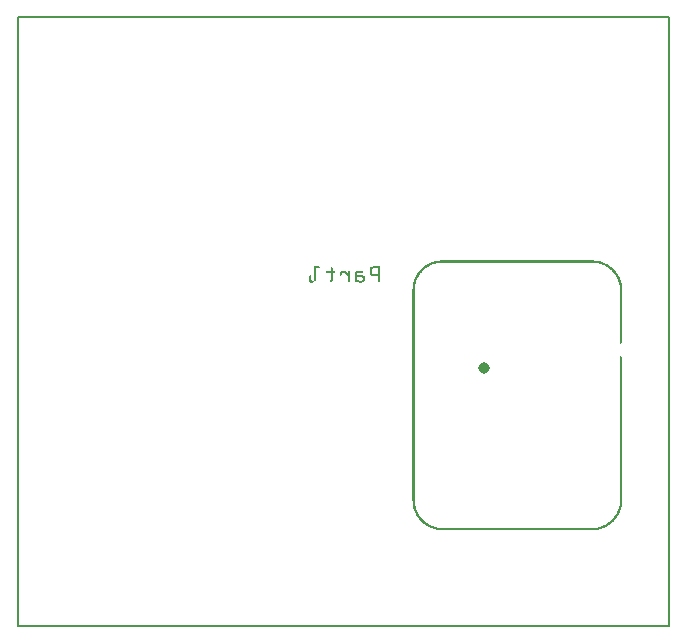
<source format=gbo>
G04 MADE WITH FRITZING*
G04 WWW.FRITZING.ORG*
G04 DOUBLE SIDED*
G04 HOLES PLATED*
G04 CONTOUR ON CENTER OF CONTOUR VECTOR*
%ASAXBY*%
%FSLAX23Y23*%
%MOIN*%
%OFA0B0*%
%SFA1.0B1.0*%
%ADD10C,0.038360X0.0063604*%
%ADD11R,2.178520X2.038450X2.162520X2.022450*%
%ADD12C,0.008000*%
%ADD13R,0.001000X0.001000*%
%LNSILK0*%
G90*
G70*
G54D10*
X1560Y861D03*
G54D12*
X4Y2034D02*
X2175Y2034D01*
X2175Y4D01*
X4Y4D01*
X4Y2034D01*
D02*
G54D13*
X1414Y1221D02*
X1926Y1221D01*
X1405Y1220D02*
X1935Y1220D01*
X1400Y1219D02*
X1940Y1219D01*
X1395Y1218D02*
X1944Y1218D01*
X1392Y1217D02*
X1948Y1217D01*
X1389Y1216D02*
X1951Y1216D01*
X1386Y1215D02*
X1954Y1215D01*
X1383Y1214D02*
X1956Y1214D01*
X1381Y1213D02*
X1412Y1213D01*
X1927Y1213D02*
X1959Y1213D01*
X1379Y1212D02*
X1404Y1212D01*
X1936Y1212D02*
X1961Y1212D01*
X1377Y1211D02*
X1399Y1211D01*
X1941Y1211D02*
X1963Y1211D01*
X1374Y1210D02*
X1395Y1210D01*
X1945Y1210D02*
X1965Y1210D01*
X1373Y1209D02*
X1392Y1209D01*
X1948Y1209D02*
X1967Y1209D01*
X1371Y1208D02*
X1389Y1208D01*
X1951Y1208D02*
X1969Y1208D01*
X1369Y1207D02*
X1386Y1207D01*
X1954Y1207D02*
X1971Y1207D01*
X1367Y1206D02*
X1384Y1206D01*
X1956Y1206D02*
X1972Y1206D01*
X1366Y1205D02*
X1381Y1205D01*
X1958Y1205D02*
X1974Y1205D01*
X1364Y1204D02*
X1379Y1204D01*
X1961Y1204D02*
X1975Y1204D01*
X1363Y1203D02*
X1377Y1203D01*
X1963Y1203D02*
X1977Y1203D01*
X1362Y1202D02*
X1375Y1202D01*
X1964Y1202D02*
X1978Y1202D01*
X991Y1201D02*
X1008Y1201D01*
X1188Y1201D02*
X1211Y1201D01*
X1360Y1201D02*
X1374Y1201D01*
X1966Y1201D02*
X1979Y1201D01*
X991Y1200D02*
X1010Y1200D01*
X1184Y1200D02*
X1212Y1200D01*
X1359Y1200D02*
X1372Y1200D01*
X1968Y1200D02*
X1981Y1200D01*
X991Y1199D02*
X1010Y1199D01*
X1182Y1199D02*
X1212Y1199D01*
X1358Y1199D02*
X1370Y1199D01*
X1969Y1199D02*
X1982Y1199D01*
X991Y1198D02*
X1011Y1198D01*
X1051Y1198D02*
X1051Y1198D01*
X1181Y1198D02*
X1212Y1198D01*
X1356Y1198D02*
X1369Y1198D01*
X1971Y1198D02*
X1983Y1198D01*
X991Y1197D02*
X1011Y1197D01*
X1049Y1197D02*
X1053Y1197D01*
X1180Y1197D02*
X1212Y1197D01*
X1355Y1197D02*
X1367Y1197D01*
X1972Y1197D02*
X1985Y1197D01*
X991Y1196D02*
X1010Y1196D01*
X1048Y1196D02*
X1054Y1196D01*
X1180Y1196D02*
X1212Y1196D01*
X1354Y1196D02*
X1366Y1196D01*
X1974Y1196D02*
X1986Y1196D01*
X991Y1195D02*
X1010Y1195D01*
X1048Y1195D02*
X1054Y1195D01*
X1179Y1195D02*
X1212Y1195D01*
X1353Y1195D02*
X1364Y1195D01*
X1975Y1195D02*
X1987Y1195D01*
X991Y1194D02*
X997Y1194D01*
X1048Y1194D02*
X1054Y1194D01*
X1179Y1194D02*
X1187Y1194D01*
X1205Y1194D02*
X1212Y1194D01*
X1352Y1194D02*
X1363Y1194D01*
X1977Y1194D02*
X1988Y1194D01*
X991Y1193D02*
X997Y1193D01*
X1048Y1193D02*
X1054Y1193D01*
X1178Y1193D02*
X1185Y1193D01*
X1206Y1193D02*
X1212Y1193D01*
X1351Y1193D02*
X1362Y1193D01*
X1978Y1193D02*
X1989Y1193D01*
X991Y1192D02*
X997Y1192D01*
X1048Y1192D02*
X1054Y1192D01*
X1178Y1192D02*
X1184Y1192D01*
X1206Y1192D02*
X1212Y1192D01*
X1350Y1192D02*
X1361Y1192D01*
X1979Y1192D02*
X1990Y1192D01*
X991Y1191D02*
X997Y1191D01*
X1048Y1191D02*
X1054Y1191D01*
X1178Y1191D02*
X1184Y1191D01*
X1206Y1191D02*
X1212Y1191D01*
X1349Y1191D02*
X1359Y1191D01*
X1980Y1191D02*
X1991Y1191D01*
X991Y1190D02*
X997Y1190D01*
X1048Y1190D02*
X1054Y1190D01*
X1178Y1190D02*
X1184Y1190D01*
X1206Y1190D02*
X1212Y1190D01*
X1348Y1190D02*
X1358Y1190D01*
X1981Y1190D02*
X1992Y1190D01*
X991Y1189D02*
X997Y1189D01*
X1048Y1189D02*
X1054Y1189D01*
X1178Y1189D02*
X1184Y1189D01*
X1206Y1189D02*
X1212Y1189D01*
X1347Y1189D02*
X1357Y1189D01*
X1982Y1189D02*
X1993Y1189D01*
X991Y1188D02*
X997Y1188D01*
X1048Y1188D02*
X1054Y1188D01*
X1178Y1188D02*
X1184Y1188D01*
X1206Y1188D02*
X1212Y1188D01*
X1346Y1188D02*
X1356Y1188D01*
X1984Y1188D02*
X1994Y1188D01*
X991Y1187D02*
X997Y1187D01*
X1048Y1187D02*
X1054Y1187D01*
X1178Y1187D02*
X1184Y1187D01*
X1206Y1187D02*
X1212Y1187D01*
X1345Y1187D02*
X1355Y1187D01*
X1985Y1187D02*
X1995Y1187D01*
X991Y1186D02*
X997Y1186D01*
X1033Y1186D02*
X1059Y1186D01*
X1085Y1186D02*
X1096Y1186D01*
X1107Y1186D02*
X1109Y1186D01*
X1137Y1186D02*
X1152Y1186D01*
X1178Y1186D02*
X1184Y1186D01*
X1206Y1186D02*
X1212Y1186D01*
X1344Y1186D02*
X1354Y1186D01*
X1986Y1186D02*
X1995Y1186D01*
X991Y1185D02*
X997Y1185D01*
X1032Y1185D02*
X1060Y1185D01*
X1083Y1185D02*
X1097Y1185D01*
X1106Y1185D02*
X1110Y1185D01*
X1134Y1185D02*
X1154Y1185D01*
X1178Y1185D02*
X1184Y1185D01*
X1206Y1185D02*
X1212Y1185D01*
X1343Y1185D02*
X1353Y1185D01*
X1987Y1185D02*
X1996Y1185D01*
X991Y1184D02*
X997Y1184D01*
X1031Y1184D02*
X1061Y1184D01*
X1082Y1184D02*
X1098Y1184D01*
X1105Y1184D02*
X1111Y1184D01*
X1133Y1184D02*
X1154Y1184D01*
X1178Y1184D02*
X1184Y1184D01*
X1206Y1184D02*
X1212Y1184D01*
X1343Y1184D02*
X1352Y1184D01*
X1987Y1184D02*
X1997Y1184D01*
X991Y1183D02*
X997Y1183D01*
X1031Y1183D02*
X1061Y1183D01*
X1081Y1183D02*
X1099Y1183D01*
X1105Y1183D02*
X1111Y1183D01*
X1132Y1183D02*
X1154Y1183D01*
X1178Y1183D02*
X1184Y1183D01*
X1206Y1183D02*
X1212Y1183D01*
X1342Y1183D02*
X1351Y1183D01*
X1988Y1183D02*
X1998Y1183D01*
X991Y1182D02*
X997Y1182D01*
X1031Y1182D02*
X1061Y1182D01*
X1080Y1182D02*
X1100Y1182D01*
X1105Y1182D02*
X1111Y1182D01*
X1131Y1182D02*
X1154Y1182D01*
X1178Y1182D02*
X1184Y1182D01*
X1206Y1182D02*
X1212Y1182D01*
X1341Y1182D02*
X1350Y1182D01*
X1989Y1182D02*
X1999Y1182D01*
X991Y1181D02*
X997Y1181D01*
X1032Y1181D02*
X1060Y1181D01*
X1079Y1181D02*
X1102Y1181D01*
X1105Y1181D02*
X1111Y1181D01*
X1130Y1181D02*
X1154Y1181D01*
X1178Y1181D02*
X1184Y1181D01*
X1206Y1181D02*
X1212Y1181D01*
X1340Y1181D02*
X1350Y1181D01*
X1990Y1181D02*
X1999Y1181D01*
X991Y1180D02*
X997Y1180D01*
X1033Y1180D02*
X1059Y1180D01*
X1078Y1180D02*
X1103Y1180D01*
X1105Y1180D02*
X1111Y1180D01*
X1130Y1180D02*
X1153Y1180D01*
X1178Y1180D02*
X1184Y1180D01*
X1206Y1180D02*
X1212Y1180D01*
X1340Y1180D02*
X1349Y1180D01*
X1991Y1180D02*
X2000Y1180D01*
X991Y1179D02*
X997Y1179D01*
X1048Y1179D02*
X1054Y1179D01*
X1078Y1179D02*
X1086Y1179D01*
X1094Y1179D02*
X1111Y1179D01*
X1129Y1179D02*
X1137Y1179D01*
X1178Y1179D02*
X1184Y1179D01*
X1206Y1179D02*
X1212Y1179D01*
X1339Y1179D02*
X1348Y1179D01*
X1992Y1179D02*
X2001Y1179D01*
X991Y1178D02*
X997Y1178D01*
X1048Y1178D02*
X1054Y1178D01*
X1078Y1178D02*
X1084Y1178D01*
X1095Y1178D02*
X1111Y1178D01*
X1129Y1178D02*
X1136Y1178D01*
X1178Y1178D02*
X1184Y1178D01*
X1206Y1178D02*
X1212Y1178D01*
X1338Y1178D02*
X1347Y1178D01*
X1993Y1178D02*
X2001Y1178D01*
X991Y1177D02*
X997Y1177D01*
X1048Y1177D02*
X1054Y1177D01*
X1078Y1177D02*
X1084Y1177D01*
X1096Y1177D02*
X1111Y1177D01*
X1129Y1177D02*
X1135Y1177D01*
X1178Y1177D02*
X1184Y1177D01*
X1206Y1177D02*
X1212Y1177D01*
X1337Y1177D02*
X1346Y1177D01*
X1993Y1177D02*
X2002Y1177D01*
X991Y1176D02*
X997Y1176D01*
X1048Y1176D02*
X1054Y1176D01*
X1078Y1176D02*
X1084Y1176D01*
X1098Y1176D02*
X1111Y1176D01*
X1129Y1176D02*
X1135Y1176D01*
X1178Y1176D02*
X1185Y1176D01*
X1206Y1176D02*
X1212Y1176D01*
X1337Y1176D02*
X1346Y1176D01*
X1994Y1176D02*
X2003Y1176D01*
X991Y1175D02*
X997Y1175D01*
X1048Y1175D02*
X1054Y1175D01*
X1078Y1175D02*
X1084Y1175D01*
X1099Y1175D02*
X1111Y1175D01*
X1129Y1175D02*
X1135Y1175D01*
X1179Y1175D02*
X1186Y1175D01*
X1206Y1175D02*
X1212Y1175D01*
X1336Y1175D02*
X1345Y1175D01*
X1995Y1175D02*
X2004Y1175D01*
X991Y1174D02*
X997Y1174D01*
X1048Y1174D02*
X1054Y1174D01*
X1078Y1174D02*
X1084Y1174D01*
X1100Y1174D02*
X1111Y1174D01*
X1129Y1174D02*
X1135Y1174D01*
X1179Y1174D02*
X1212Y1174D01*
X1335Y1174D02*
X1344Y1174D01*
X1996Y1174D02*
X2004Y1174D01*
X991Y1173D02*
X997Y1173D01*
X1048Y1173D02*
X1054Y1173D01*
X1078Y1173D02*
X1083Y1173D01*
X1101Y1173D02*
X1111Y1173D01*
X1129Y1173D02*
X1135Y1173D01*
X1179Y1173D02*
X1212Y1173D01*
X1335Y1173D02*
X1343Y1173D01*
X1996Y1173D02*
X2005Y1173D01*
X991Y1172D02*
X997Y1172D01*
X1048Y1172D02*
X1054Y1172D01*
X1078Y1172D02*
X1083Y1172D01*
X1102Y1172D02*
X1111Y1172D01*
X1129Y1172D02*
X1135Y1172D01*
X1180Y1172D02*
X1212Y1172D01*
X1334Y1172D02*
X1343Y1172D01*
X1997Y1172D02*
X2005Y1172D01*
X979Y1171D02*
X982Y1171D01*
X991Y1171D02*
X997Y1171D01*
X1048Y1171D02*
X1054Y1171D01*
X1080Y1171D02*
X1082Y1171D01*
X1103Y1171D02*
X1111Y1171D01*
X1129Y1171D02*
X1155Y1171D01*
X1181Y1171D02*
X1212Y1171D01*
X1334Y1171D02*
X1342Y1171D01*
X1998Y1171D02*
X2006Y1171D01*
X978Y1170D02*
X983Y1170D01*
X991Y1170D02*
X997Y1170D01*
X1048Y1170D02*
X1054Y1170D01*
X1105Y1170D02*
X1111Y1170D01*
X1129Y1170D02*
X1157Y1170D01*
X1182Y1170D02*
X1212Y1170D01*
X1333Y1170D02*
X1341Y1170D01*
X1998Y1170D02*
X2007Y1170D01*
X977Y1169D02*
X983Y1169D01*
X991Y1169D02*
X997Y1169D01*
X1048Y1169D02*
X1054Y1169D01*
X1105Y1169D02*
X1111Y1169D01*
X1128Y1169D02*
X1158Y1169D01*
X1183Y1169D02*
X1212Y1169D01*
X1333Y1169D02*
X1341Y1169D01*
X1999Y1169D02*
X2007Y1169D01*
X977Y1168D02*
X983Y1168D01*
X991Y1168D02*
X997Y1168D01*
X1048Y1168D02*
X1054Y1168D01*
X1105Y1168D02*
X1111Y1168D01*
X1128Y1168D02*
X1159Y1168D01*
X1186Y1168D02*
X1212Y1168D01*
X1332Y1168D02*
X1340Y1168D01*
X1999Y1168D02*
X2008Y1168D01*
X977Y1167D02*
X983Y1167D01*
X991Y1167D02*
X997Y1167D01*
X1048Y1167D02*
X1054Y1167D01*
X1105Y1167D02*
X1111Y1167D01*
X1128Y1167D02*
X1160Y1167D01*
X1206Y1167D02*
X1212Y1167D01*
X1332Y1167D02*
X1340Y1167D01*
X2000Y1167D02*
X2008Y1167D01*
X977Y1166D02*
X983Y1166D01*
X991Y1166D02*
X997Y1166D01*
X1048Y1166D02*
X1054Y1166D01*
X1105Y1166D02*
X1111Y1166D01*
X1128Y1166D02*
X1160Y1166D01*
X1206Y1166D02*
X1212Y1166D01*
X1331Y1166D02*
X1339Y1166D01*
X2001Y1166D02*
X2009Y1166D01*
X977Y1165D02*
X983Y1165D01*
X991Y1165D02*
X997Y1165D01*
X1048Y1165D02*
X1054Y1165D01*
X1105Y1165D02*
X1111Y1165D01*
X1128Y1165D02*
X1161Y1165D01*
X1206Y1165D02*
X1212Y1165D01*
X1331Y1165D02*
X1338Y1165D01*
X2001Y1165D02*
X2009Y1165D01*
X977Y1164D02*
X983Y1164D01*
X991Y1164D02*
X997Y1164D01*
X1048Y1164D02*
X1054Y1164D01*
X1105Y1164D02*
X1111Y1164D01*
X1128Y1164D02*
X1136Y1164D01*
X1154Y1164D02*
X1161Y1164D01*
X1206Y1164D02*
X1212Y1164D01*
X1330Y1164D02*
X1338Y1164D01*
X2002Y1164D02*
X2010Y1164D01*
X977Y1163D02*
X983Y1163D01*
X991Y1163D02*
X997Y1163D01*
X1048Y1163D02*
X1054Y1163D01*
X1105Y1163D02*
X1111Y1163D01*
X1128Y1163D02*
X1135Y1163D01*
X1155Y1163D02*
X1161Y1163D01*
X1206Y1163D02*
X1212Y1163D01*
X1330Y1163D02*
X1337Y1163D01*
X2002Y1163D02*
X2010Y1163D01*
X977Y1162D02*
X983Y1162D01*
X991Y1162D02*
X997Y1162D01*
X1048Y1162D02*
X1054Y1162D01*
X1105Y1162D02*
X1111Y1162D01*
X1128Y1162D02*
X1134Y1162D01*
X1155Y1162D02*
X1161Y1162D01*
X1206Y1162D02*
X1212Y1162D01*
X1329Y1162D02*
X1337Y1162D01*
X2003Y1162D02*
X2011Y1162D01*
X977Y1161D02*
X983Y1161D01*
X991Y1161D02*
X997Y1161D01*
X1048Y1161D02*
X1054Y1161D01*
X1105Y1161D02*
X1111Y1161D01*
X1128Y1161D02*
X1134Y1161D01*
X1155Y1161D02*
X1161Y1161D01*
X1206Y1161D02*
X1212Y1161D01*
X1329Y1161D02*
X1336Y1161D01*
X2003Y1161D02*
X2011Y1161D01*
X977Y1160D02*
X983Y1160D01*
X991Y1160D02*
X997Y1160D01*
X1048Y1160D02*
X1054Y1160D01*
X1105Y1160D02*
X1111Y1160D01*
X1128Y1160D02*
X1134Y1160D01*
X1155Y1160D02*
X1161Y1160D01*
X1206Y1160D02*
X1212Y1160D01*
X1328Y1160D02*
X1336Y1160D01*
X2004Y1160D02*
X2011Y1160D01*
X977Y1159D02*
X983Y1159D01*
X991Y1159D02*
X997Y1159D01*
X1048Y1159D02*
X1054Y1159D01*
X1105Y1159D02*
X1111Y1159D01*
X1128Y1159D02*
X1134Y1159D01*
X1155Y1159D02*
X1161Y1159D01*
X1206Y1159D02*
X1212Y1159D01*
X1328Y1159D02*
X1335Y1159D01*
X2004Y1159D02*
X2012Y1159D01*
X977Y1158D02*
X983Y1158D01*
X991Y1158D02*
X997Y1158D01*
X1048Y1158D02*
X1054Y1158D01*
X1105Y1158D02*
X1111Y1158D01*
X1128Y1158D02*
X1135Y1158D01*
X1155Y1158D02*
X1161Y1158D01*
X1206Y1158D02*
X1212Y1158D01*
X1327Y1158D02*
X1335Y1158D01*
X2005Y1158D02*
X2012Y1158D01*
X977Y1157D02*
X983Y1157D01*
X991Y1157D02*
X997Y1157D01*
X1048Y1157D02*
X1054Y1157D01*
X1105Y1157D02*
X1111Y1157D01*
X1128Y1157D02*
X1136Y1157D01*
X1155Y1157D02*
X1161Y1157D01*
X1206Y1157D02*
X1212Y1157D01*
X1327Y1157D02*
X1335Y1157D01*
X2005Y1157D02*
X2013Y1157D01*
X977Y1156D02*
X983Y1156D01*
X991Y1156D02*
X997Y1156D01*
X1048Y1156D02*
X1054Y1156D01*
X1105Y1156D02*
X1111Y1156D01*
X1128Y1156D02*
X1138Y1156D01*
X1155Y1156D02*
X1161Y1156D01*
X1206Y1156D02*
X1212Y1156D01*
X1327Y1156D02*
X1334Y1156D01*
X2006Y1156D02*
X2013Y1156D01*
X977Y1155D02*
X983Y1155D01*
X991Y1155D02*
X997Y1155D01*
X1047Y1155D02*
X1054Y1155D01*
X1105Y1155D02*
X1111Y1155D01*
X1128Y1155D02*
X1140Y1155D01*
X1154Y1155D02*
X1161Y1155D01*
X1206Y1155D02*
X1212Y1155D01*
X1326Y1155D02*
X1334Y1155D01*
X2006Y1155D02*
X2013Y1155D01*
X977Y1154D02*
X984Y1154D01*
X991Y1154D02*
X997Y1154D01*
X1045Y1154D02*
X1054Y1154D01*
X1105Y1154D02*
X1111Y1154D01*
X1128Y1154D02*
X1142Y1154D01*
X1152Y1154D02*
X1161Y1154D01*
X1206Y1154D02*
X1212Y1154D01*
X1326Y1154D02*
X1333Y1154D01*
X2006Y1154D02*
X2014Y1154D01*
X977Y1153D02*
X995Y1153D01*
X1045Y1153D02*
X1053Y1153D01*
X1105Y1153D02*
X1111Y1153D01*
X1128Y1153D02*
X1160Y1153D01*
X1206Y1153D02*
X1212Y1153D01*
X1326Y1153D02*
X1333Y1153D01*
X2007Y1153D02*
X2014Y1153D01*
X977Y1152D02*
X994Y1152D01*
X1046Y1152D02*
X1053Y1152D01*
X1105Y1152D02*
X1111Y1152D01*
X1128Y1152D02*
X1160Y1152D01*
X1206Y1152D02*
X1212Y1152D01*
X1325Y1152D02*
X1333Y1152D01*
X2007Y1152D02*
X2014Y1152D01*
X977Y1151D02*
X993Y1151D01*
X1047Y1151D02*
X1052Y1151D01*
X1105Y1151D02*
X1111Y1151D01*
X1128Y1151D02*
X1159Y1151D01*
X1206Y1151D02*
X1212Y1151D01*
X1325Y1151D02*
X1332Y1151D01*
X2007Y1151D02*
X2015Y1151D01*
X977Y1150D02*
X992Y1150D01*
X1048Y1150D02*
X1051Y1150D01*
X1105Y1150D02*
X1111Y1150D01*
X1128Y1150D02*
X1134Y1150D01*
X1136Y1150D02*
X1158Y1150D01*
X1206Y1150D02*
X1212Y1150D01*
X1325Y1150D02*
X1332Y1150D01*
X2008Y1150D02*
X2015Y1150D01*
X978Y1149D02*
X991Y1149D01*
X1049Y1149D02*
X1050Y1149D01*
X1106Y1149D02*
X1111Y1149D01*
X1128Y1149D02*
X1133Y1149D01*
X1137Y1149D02*
X1157Y1149D01*
X1206Y1149D02*
X1211Y1149D01*
X1324Y1149D02*
X1332Y1149D01*
X2008Y1149D02*
X2015Y1149D01*
X978Y1148D02*
X990Y1148D01*
X1106Y1148D02*
X1110Y1148D01*
X1129Y1148D02*
X1133Y1148D01*
X1139Y1148D02*
X1156Y1148D01*
X1207Y1148D02*
X1211Y1148D01*
X1324Y1148D02*
X1331Y1148D01*
X2008Y1148D02*
X2016Y1148D01*
X980Y1147D02*
X989Y1147D01*
X1108Y1147D02*
X1108Y1147D01*
X1131Y1147D02*
X1131Y1147D01*
X1141Y1147D02*
X1152Y1147D01*
X1209Y1147D02*
X1209Y1147D01*
X1324Y1147D02*
X1331Y1147D01*
X2009Y1147D02*
X2016Y1147D01*
X1324Y1146D02*
X1331Y1146D01*
X2009Y1146D02*
X2016Y1146D01*
X1323Y1145D02*
X1330Y1145D01*
X2009Y1145D02*
X2016Y1145D01*
X1323Y1144D02*
X1330Y1144D01*
X2010Y1144D02*
X2017Y1144D01*
X1323Y1143D02*
X1330Y1143D01*
X2010Y1143D02*
X2017Y1143D01*
X1323Y1142D02*
X1330Y1142D01*
X2010Y1142D02*
X2017Y1142D01*
X1322Y1141D02*
X1329Y1141D01*
X2010Y1141D02*
X2017Y1141D01*
X1322Y1140D02*
X1329Y1140D01*
X2010Y1140D02*
X2017Y1140D01*
X1322Y1139D02*
X1329Y1139D01*
X2011Y1139D02*
X2018Y1139D01*
X1322Y1138D02*
X1329Y1138D01*
X2011Y1138D02*
X2018Y1138D01*
X1322Y1137D02*
X1329Y1137D01*
X2011Y1137D02*
X2018Y1137D01*
X1322Y1136D02*
X1329Y1136D01*
X2011Y1136D02*
X2018Y1136D01*
X1321Y1135D02*
X1328Y1135D01*
X2011Y1135D02*
X2018Y1135D01*
X1321Y1134D02*
X1328Y1134D01*
X2011Y1134D02*
X2018Y1134D01*
X1321Y1133D02*
X1328Y1133D01*
X2012Y1133D02*
X2019Y1133D01*
X1321Y1132D02*
X1328Y1132D01*
X2012Y1132D02*
X2019Y1132D01*
X1321Y1131D02*
X1328Y1131D01*
X2012Y1131D02*
X2019Y1131D01*
X1321Y1130D02*
X1328Y1130D01*
X2012Y1130D02*
X2019Y1130D01*
X1321Y1129D02*
X1328Y1129D01*
X2012Y1129D02*
X2019Y1129D01*
X1321Y1128D02*
X1328Y1128D01*
X2012Y1128D02*
X2019Y1128D01*
X1321Y1127D02*
X1328Y1127D01*
X2012Y1127D02*
X2019Y1127D01*
X1321Y1126D02*
X1328Y1126D01*
X2012Y1126D02*
X2019Y1126D01*
X1320Y1125D02*
X1327Y1125D01*
X2012Y1125D02*
X2019Y1125D01*
X1320Y1124D02*
X1327Y1124D01*
X2012Y1124D02*
X2019Y1124D01*
X1320Y1123D02*
X1327Y1123D01*
X2012Y1123D02*
X2019Y1123D01*
X1320Y1122D02*
X1327Y1122D01*
X2012Y1122D02*
X2019Y1122D01*
X1320Y1121D02*
X1327Y1121D01*
X2012Y1121D02*
X2019Y1121D01*
X1320Y1120D02*
X1327Y1120D01*
X2012Y1120D02*
X2019Y1120D01*
X1320Y1119D02*
X1327Y1119D01*
X2012Y1119D02*
X2019Y1119D01*
X1320Y1118D02*
X1327Y1118D01*
X2012Y1118D02*
X2019Y1118D01*
X1320Y1117D02*
X1327Y1117D01*
X2012Y1117D02*
X2019Y1117D01*
X1320Y1116D02*
X1327Y1116D01*
X2012Y1116D02*
X2019Y1116D01*
X1320Y1115D02*
X1327Y1115D01*
X2012Y1115D02*
X2019Y1115D01*
X1320Y1114D02*
X1327Y1114D01*
X2012Y1114D02*
X2019Y1114D01*
X1320Y1113D02*
X1327Y1113D01*
X2012Y1113D02*
X2019Y1113D01*
X1320Y1112D02*
X1327Y1112D01*
X2012Y1112D02*
X2019Y1112D01*
X1320Y1111D02*
X1327Y1111D01*
X2012Y1111D02*
X2019Y1111D01*
X1320Y1110D02*
X1327Y1110D01*
X2012Y1110D02*
X2019Y1110D01*
X1320Y1109D02*
X1327Y1109D01*
X2012Y1109D02*
X2019Y1109D01*
X1320Y1108D02*
X1327Y1108D01*
X2012Y1108D02*
X2019Y1108D01*
X1320Y1107D02*
X1327Y1107D01*
X2012Y1107D02*
X2019Y1107D01*
X1320Y1106D02*
X1327Y1106D01*
X2012Y1106D02*
X2019Y1106D01*
X1320Y1105D02*
X1327Y1105D01*
X2012Y1105D02*
X2019Y1105D01*
X1320Y1104D02*
X1327Y1104D01*
X2012Y1104D02*
X2019Y1104D01*
X1320Y1103D02*
X1327Y1103D01*
X2012Y1103D02*
X2019Y1103D01*
X1320Y1102D02*
X1327Y1102D01*
X2012Y1102D02*
X2019Y1102D01*
X1320Y1101D02*
X1327Y1101D01*
X2012Y1101D02*
X2019Y1101D01*
X1320Y1100D02*
X1327Y1100D01*
X2012Y1100D02*
X2019Y1100D01*
X1320Y1099D02*
X1327Y1099D01*
X2012Y1099D02*
X2019Y1099D01*
X1320Y1098D02*
X1327Y1098D01*
X2012Y1098D02*
X2019Y1098D01*
X1320Y1097D02*
X1327Y1097D01*
X2012Y1097D02*
X2019Y1097D01*
X1320Y1096D02*
X1327Y1096D01*
X2012Y1096D02*
X2019Y1096D01*
X1320Y1095D02*
X1327Y1095D01*
X2012Y1095D02*
X2019Y1095D01*
X1320Y1094D02*
X1327Y1094D01*
X2012Y1094D02*
X2019Y1094D01*
X1320Y1093D02*
X1327Y1093D01*
X2012Y1093D02*
X2019Y1093D01*
X1320Y1092D02*
X1327Y1092D01*
X2012Y1092D02*
X2019Y1092D01*
X1320Y1091D02*
X1327Y1091D01*
X2012Y1091D02*
X2019Y1091D01*
X1320Y1090D02*
X1327Y1090D01*
X2012Y1090D02*
X2019Y1090D01*
X1320Y1089D02*
X1327Y1089D01*
X2012Y1089D02*
X2019Y1089D01*
X1320Y1088D02*
X1327Y1088D01*
X2012Y1088D02*
X2019Y1088D01*
X1320Y1087D02*
X1327Y1087D01*
X2012Y1087D02*
X2019Y1087D01*
X1320Y1086D02*
X1327Y1086D01*
X2012Y1086D02*
X2019Y1086D01*
X1320Y1085D02*
X1327Y1085D01*
X2012Y1085D02*
X2019Y1085D01*
X1320Y1084D02*
X1327Y1084D01*
X2012Y1084D02*
X2019Y1084D01*
X1320Y1083D02*
X1327Y1083D01*
X2012Y1083D02*
X2019Y1083D01*
X1320Y1082D02*
X1327Y1082D01*
X2012Y1082D02*
X2019Y1082D01*
X1320Y1081D02*
X1327Y1081D01*
X2012Y1081D02*
X2019Y1081D01*
X1320Y1080D02*
X1327Y1080D01*
X2012Y1080D02*
X2019Y1080D01*
X1320Y1079D02*
X1327Y1079D01*
X2012Y1079D02*
X2019Y1079D01*
X1320Y1078D02*
X1327Y1078D01*
X2012Y1078D02*
X2019Y1078D01*
X1320Y1077D02*
X1327Y1077D01*
X2012Y1077D02*
X2019Y1077D01*
X1320Y1076D02*
X1327Y1076D01*
X2012Y1076D02*
X2019Y1076D01*
X1320Y1075D02*
X1327Y1075D01*
X2012Y1075D02*
X2019Y1075D01*
X1320Y1074D02*
X1327Y1074D01*
X2012Y1074D02*
X2019Y1074D01*
X1320Y1073D02*
X1327Y1073D01*
X2012Y1073D02*
X2019Y1073D01*
X1320Y1072D02*
X1327Y1072D01*
X2012Y1072D02*
X2019Y1072D01*
X1320Y1071D02*
X1327Y1071D01*
X2012Y1071D02*
X2019Y1071D01*
X1320Y1070D02*
X1327Y1070D01*
X2012Y1070D02*
X2019Y1070D01*
X1320Y1069D02*
X1327Y1069D01*
X2012Y1069D02*
X2019Y1069D01*
X1320Y1068D02*
X1327Y1068D01*
X2012Y1068D02*
X2019Y1068D01*
X1320Y1067D02*
X1327Y1067D01*
X2012Y1067D02*
X2019Y1067D01*
X1320Y1066D02*
X1327Y1066D01*
X2012Y1066D02*
X2019Y1066D01*
X1320Y1065D02*
X1327Y1065D01*
X2012Y1065D02*
X2019Y1065D01*
X1320Y1064D02*
X1327Y1064D01*
X2012Y1064D02*
X2019Y1064D01*
X1320Y1063D02*
X1327Y1063D01*
X2012Y1063D02*
X2019Y1063D01*
X1320Y1062D02*
X1327Y1062D01*
X2012Y1062D02*
X2019Y1062D01*
X1320Y1061D02*
X1327Y1061D01*
X2012Y1061D02*
X2019Y1061D01*
X1320Y1060D02*
X1327Y1060D01*
X2012Y1060D02*
X2019Y1060D01*
X1320Y1059D02*
X1327Y1059D01*
X2012Y1059D02*
X2019Y1059D01*
X1320Y1058D02*
X1327Y1058D01*
X2012Y1058D02*
X2019Y1058D01*
X1320Y1057D02*
X1327Y1057D01*
X2012Y1057D02*
X2019Y1057D01*
X1320Y1056D02*
X1327Y1056D01*
X2012Y1056D02*
X2019Y1056D01*
X1320Y1055D02*
X1327Y1055D01*
X2012Y1055D02*
X2019Y1055D01*
X1320Y1054D02*
X1327Y1054D01*
X2012Y1054D02*
X2019Y1054D01*
X1320Y1053D02*
X1327Y1053D01*
X2012Y1053D02*
X2019Y1053D01*
X1320Y1052D02*
X1327Y1052D01*
X2012Y1052D02*
X2019Y1052D01*
X1320Y1051D02*
X1327Y1051D01*
X2012Y1051D02*
X2019Y1051D01*
X1320Y1050D02*
X1327Y1050D01*
X2012Y1050D02*
X2019Y1050D01*
X1320Y1049D02*
X1327Y1049D01*
X2012Y1049D02*
X2019Y1049D01*
X1320Y1048D02*
X1327Y1048D01*
X2012Y1048D02*
X2019Y1048D01*
X1320Y1047D02*
X1327Y1047D01*
X2012Y1047D02*
X2019Y1047D01*
X1320Y1046D02*
X1327Y1046D01*
X2012Y1046D02*
X2019Y1046D01*
X1320Y1045D02*
X1327Y1045D01*
X2012Y1045D02*
X2019Y1045D01*
X1320Y1044D02*
X1327Y1044D01*
X2012Y1044D02*
X2019Y1044D01*
X1320Y1043D02*
X1327Y1043D01*
X2012Y1043D02*
X2019Y1043D01*
X1320Y1042D02*
X1327Y1042D01*
X2012Y1042D02*
X2019Y1042D01*
X1320Y1041D02*
X1327Y1041D01*
X2012Y1041D02*
X2019Y1041D01*
X1320Y1040D02*
X1327Y1040D01*
X2012Y1040D02*
X2019Y1040D01*
X1320Y1039D02*
X1327Y1039D01*
X2012Y1039D02*
X2019Y1039D01*
X1320Y1038D02*
X1327Y1038D01*
X2012Y1038D02*
X2019Y1038D01*
X1320Y1037D02*
X1327Y1037D01*
X2012Y1037D02*
X2019Y1037D01*
X1320Y1036D02*
X1327Y1036D01*
X2012Y1036D02*
X2019Y1036D01*
X1320Y1035D02*
X1327Y1035D01*
X2012Y1035D02*
X2019Y1035D01*
X1320Y1034D02*
X1327Y1034D01*
X2012Y1034D02*
X2019Y1034D01*
X1320Y1033D02*
X1327Y1033D01*
X2012Y1033D02*
X2019Y1033D01*
X1320Y1032D02*
X1327Y1032D01*
X2012Y1032D02*
X2019Y1032D01*
X1320Y1031D02*
X1327Y1031D01*
X2012Y1031D02*
X2019Y1031D01*
X1320Y1030D02*
X1327Y1030D01*
X2012Y1030D02*
X2019Y1030D01*
X1320Y1029D02*
X1327Y1029D01*
X2012Y1029D02*
X2019Y1029D01*
X1320Y1028D02*
X1327Y1028D01*
X2012Y1028D02*
X2019Y1028D01*
X1320Y1027D02*
X1327Y1027D01*
X2012Y1027D02*
X2019Y1027D01*
X1320Y1026D02*
X1327Y1026D01*
X2012Y1026D02*
X2019Y1026D01*
X1320Y1025D02*
X1327Y1025D01*
X2012Y1025D02*
X2019Y1025D01*
X1320Y1024D02*
X1327Y1024D01*
X2012Y1024D02*
X2019Y1024D01*
X1320Y1023D02*
X1327Y1023D01*
X2012Y1023D02*
X2019Y1023D01*
X1320Y1022D02*
X1327Y1022D01*
X2012Y1022D02*
X2019Y1022D01*
X1320Y1021D02*
X1327Y1021D01*
X2012Y1021D02*
X2019Y1021D01*
X1320Y1020D02*
X1327Y1020D01*
X2012Y1020D02*
X2019Y1020D01*
X1320Y1019D02*
X1327Y1019D01*
X2012Y1019D02*
X2019Y1019D01*
X1320Y1018D02*
X1327Y1018D01*
X2012Y1018D02*
X2019Y1018D01*
X1320Y1017D02*
X1327Y1017D01*
X2012Y1017D02*
X2019Y1017D01*
X1320Y1016D02*
X1327Y1016D01*
X2012Y1016D02*
X2019Y1016D01*
X1320Y1015D02*
X1327Y1015D01*
X2012Y1015D02*
X2019Y1015D01*
X1320Y1014D02*
X1327Y1014D01*
X2012Y1014D02*
X2019Y1014D01*
X1320Y1013D02*
X1327Y1013D01*
X2012Y1013D02*
X2019Y1013D01*
X1320Y1012D02*
X1327Y1012D01*
X2012Y1012D02*
X2019Y1012D01*
X1320Y1011D02*
X1327Y1011D01*
X2012Y1011D02*
X2019Y1011D01*
X1320Y1010D02*
X1327Y1010D01*
X2012Y1010D02*
X2019Y1010D01*
X1320Y1009D02*
X1327Y1009D01*
X2012Y1009D02*
X2019Y1009D01*
X1320Y1008D02*
X1327Y1008D01*
X2012Y1008D02*
X2019Y1008D01*
X1320Y1007D02*
X1327Y1007D01*
X2012Y1007D02*
X2019Y1007D01*
X1320Y1006D02*
X1327Y1006D01*
X2012Y1006D02*
X2019Y1006D01*
X1320Y1005D02*
X1327Y1005D01*
X2012Y1005D02*
X2019Y1005D01*
X1320Y1004D02*
X1327Y1004D01*
X2012Y1004D02*
X2019Y1004D01*
X1320Y1003D02*
X1327Y1003D01*
X2012Y1003D02*
X2019Y1003D01*
X1320Y1002D02*
X1327Y1002D01*
X2012Y1002D02*
X2019Y1002D01*
X1320Y1001D02*
X1327Y1001D01*
X2012Y1001D02*
X2019Y1001D01*
X1320Y1000D02*
X1327Y1000D01*
X2012Y1000D02*
X2019Y1000D01*
X1320Y999D02*
X1327Y999D01*
X2012Y999D02*
X2019Y999D01*
X1320Y998D02*
X1327Y998D01*
X2012Y998D02*
X2019Y998D01*
X1320Y997D02*
X1327Y997D01*
X2012Y997D02*
X2019Y997D01*
X1320Y996D02*
X1327Y996D01*
X2012Y996D02*
X2019Y996D01*
X1320Y995D02*
X1327Y995D01*
X2012Y995D02*
X2019Y995D01*
X1320Y994D02*
X1327Y994D01*
X2012Y994D02*
X2019Y994D01*
X1320Y993D02*
X1327Y993D01*
X2012Y993D02*
X2019Y993D01*
X1320Y992D02*
X1327Y992D01*
X2012Y992D02*
X2019Y992D01*
X1320Y991D02*
X1327Y991D01*
X2012Y991D02*
X2019Y991D01*
X1320Y990D02*
X1327Y990D01*
X2012Y990D02*
X2019Y990D01*
X1320Y989D02*
X1327Y989D01*
X2012Y989D02*
X2019Y989D01*
X1320Y988D02*
X1327Y988D01*
X2012Y988D02*
X2019Y988D01*
X1320Y987D02*
X1327Y987D01*
X2012Y987D02*
X2019Y987D01*
X1320Y986D02*
X1327Y986D01*
X2012Y986D02*
X2019Y986D01*
X1320Y985D02*
X1327Y985D01*
X2012Y985D02*
X2019Y985D01*
X1320Y984D02*
X1327Y984D01*
X2012Y984D02*
X2019Y984D01*
X1320Y983D02*
X1327Y983D01*
X2012Y983D02*
X2019Y983D01*
X1320Y982D02*
X1327Y982D01*
X2012Y982D02*
X2019Y982D01*
X1320Y981D02*
X1327Y981D01*
X2012Y981D02*
X2019Y981D01*
X1320Y980D02*
X1327Y980D01*
X2012Y980D02*
X2019Y980D01*
X1320Y979D02*
X1327Y979D01*
X2012Y979D02*
X2019Y979D01*
X1320Y978D02*
X1327Y978D01*
X2012Y978D02*
X2019Y978D01*
X1320Y977D02*
X1327Y977D01*
X2012Y977D02*
X2019Y977D01*
X1320Y976D02*
X1327Y976D01*
X2012Y976D02*
X2019Y976D01*
X1320Y975D02*
X1327Y975D01*
X2012Y975D02*
X2019Y975D01*
X1320Y974D02*
X1327Y974D01*
X2012Y974D02*
X2019Y974D01*
X1320Y973D02*
X1327Y973D01*
X2012Y973D02*
X2019Y973D01*
X1320Y972D02*
X1327Y972D01*
X2012Y972D02*
X2019Y972D01*
X1320Y971D02*
X1327Y971D01*
X2012Y971D02*
X2019Y971D01*
X1320Y970D02*
X1327Y970D01*
X2012Y970D02*
X2019Y970D01*
X1320Y969D02*
X1327Y969D01*
X2012Y969D02*
X2019Y969D01*
X1320Y968D02*
X1327Y968D01*
X2012Y968D02*
X2019Y968D01*
X1320Y967D02*
X1327Y967D01*
X2012Y967D02*
X2019Y967D01*
X1320Y966D02*
X1327Y966D01*
X2012Y966D02*
X2019Y966D01*
X1320Y965D02*
X1327Y965D01*
X2012Y965D02*
X2019Y965D01*
X1320Y964D02*
X1327Y964D01*
X2012Y964D02*
X2019Y964D01*
X1320Y963D02*
X1327Y963D01*
X2012Y963D02*
X2019Y963D01*
X1320Y962D02*
X1327Y962D01*
X2012Y962D02*
X2019Y962D01*
X1320Y961D02*
X1327Y961D01*
X2012Y961D02*
X2019Y961D01*
X1320Y960D02*
X1327Y960D01*
X2012Y960D02*
X2019Y960D01*
X1320Y959D02*
X1327Y959D01*
X2012Y959D02*
X2019Y959D01*
X1320Y958D02*
X1327Y958D01*
X2012Y958D02*
X2019Y958D01*
X1320Y957D02*
X1327Y957D01*
X2012Y957D02*
X2019Y957D01*
X1320Y956D02*
X1327Y956D01*
X2012Y956D02*
X2019Y956D01*
X1320Y955D02*
X1327Y955D01*
X2012Y955D02*
X2019Y955D01*
X1320Y954D02*
X1327Y954D01*
X2012Y954D02*
X2019Y954D01*
X1320Y953D02*
X1327Y953D01*
X2012Y953D02*
X2019Y953D01*
X1320Y952D02*
X1327Y952D01*
X2012Y952D02*
X2019Y952D01*
X1320Y951D02*
X1327Y951D01*
X2012Y951D02*
X2019Y951D01*
X1320Y950D02*
X1327Y950D01*
X2012Y950D02*
X2019Y950D01*
X1320Y949D02*
X1327Y949D01*
X2012Y949D02*
X2019Y949D01*
X1320Y948D02*
X1327Y948D01*
X2012Y948D02*
X2019Y948D01*
X1320Y947D02*
X1327Y947D01*
X2012Y947D02*
X2019Y947D01*
X1320Y946D02*
X1327Y946D01*
X2012Y946D02*
X2019Y946D01*
X1320Y945D02*
X1327Y945D01*
X2012Y945D02*
X2017Y945D01*
X1320Y944D02*
X1327Y944D01*
X2012Y944D02*
X2016Y944D01*
X1320Y943D02*
X1327Y943D01*
X2012Y943D02*
X2014Y943D01*
X1320Y942D02*
X1327Y942D01*
X2012Y942D02*
X2012Y942D01*
X1320Y941D02*
X1327Y941D01*
X1320Y940D02*
X1327Y940D01*
X1320Y939D02*
X1327Y939D01*
X1320Y938D02*
X1327Y938D01*
X1320Y937D02*
X1327Y937D01*
X1320Y936D02*
X1327Y936D01*
X1320Y935D02*
X1327Y935D01*
X1320Y934D02*
X1327Y934D01*
X1320Y933D02*
X1327Y933D01*
X1320Y932D02*
X1327Y932D01*
X1320Y931D02*
X1327Y931D01*
X1320Y930D02*
X1327Y930D01*
X1320Y929D02*
X1327Y929D01*
X1320Y928D02*
X1327Y928D01*
X1320Y927D02*
X1327Y927D01*
X1320Y926D02*
X1327Y926D01*
X1320Y925D02*
X1327Y925D01*
X1320Y924D02*
X1327Y924D01*
X1320Y923D02*
X1327Y923D01*
X1320Y922D02*
X1327Y922D01*
X1320Y921D02*
X1327Y921D01*
X1320Y920D02*
X1327Y920D01*
X1320Y919D02*
X1327Y919D01*
X1320Y918D02*
X1327Y918D01*
X1320Y917D02*
X1327Y917D01*
X1320Y916D02*
X1327Y916D01*
X1320Y915D02*
X1327Y915D01*
X1320Y914D02*
X1327Y914D01*
X1320Y913D02*
X1327Y913D01*
X1320Y912D02*
X1327Y912D01*
X1320Y911D02*
X1327Y911D01*
X1320Y910D02*
X1327Y910D01*
X1320Y909D02*
X1327Y909D01*
X1320Y908D02*
X1327Y908D01*
X1320Y907D02*
X1327Y907D01*
X1320Y906D02*
X1327Y906D01*
X1320Y905D02*
X1327Y905D01*
X1320Y904D02*
X1327Y904D01*
X2012Y904D02*
X2012Y904D01*
X1320Y903D02*
X1327Y903D01*
X2012Y903D02*
X2013Y903D01*
X1320Y902D02*
X1327Y902D01*
X2012Y902D02*
X2015Y902D01*
X1320Y901D02*
X1327Y901D01*
X2012Y901D02*
X2016Y901D01*
X1320Y900D02*
X1327Y900D01*
X2012Y900D02*
X2019Y900D01*
X1320Y899D02*
X1327Y899D01*
X2012Y899D02*
X2019Y899D01*
X1320Y898D02*
X1327Y898D01*
X2012Y898D02*
X2019Y898D01*
X1320Y897D02*
X1327Y897D01*
X2012Y897D02*
X2019Y897D01*
X1320Y896D02*
X1327Y896D01*
X2012Y896D02*
X2019Y896D01*
X1320Y895D02*
X1327Y895D01*
X2012Y895D02*
X2019Y895D01*
X1320Y894D02*
X1327Y894D01*
X2012Y894D02*
X2019Y894D01*
X1320Y893D02*
X1327Y893D01*
X2012Y893D02*
X2019Y893D01*
X1320Y892D02*
X1327Y892D01*
X2012Y892D02*
X2019Y892D01*
X1320Y891D02*
X1327Y891D01*
X2012Y891D02*
X2019Y891D01*
X1320Y890D02*
X1327Y890D01*
X2012Y890D02*
X2019Y890D01*
X1320Y889D02*
X1327Y889D01*
X2012Y889D02*
X2019Y889D01*
X1320Y888D02*
X1327Y888D01*
X2012Y888D02*
X2019Y888D01*
X1320Y887D02*
X1327Y887D01*
X2012Y887D02*
X2019Y887D01*
X1320Y886D02*
X1327Y886D01*
X2012Y886D02*
X2019Y886D01*
X1320Y885D02*
X1327Y885D01*
X2012Y885D02*
X2019Y885D01*
X1320Y884D02*
X1327Y884D01*
X2012Y884D02*
X2019Y884D01*
X1320Y883D02*
X1327Y883D01*
X2012Y883D02*
X2019Y883D01*
X1320Y882D02*
X1327Y882D01*
X2012Y882D02*
X2019Y882D01*
X1320Y881D02*
X1327Y881D01*
X2012Y881D02*
X2019Y881D01*
X1320Y880D02*
X1327Y880D01*
X2012Y880D02*
X2019Y880D01*
X1320Y879D02*
X1327Y879D01*
X2012Y879D02*
X2019Y879D01*
X1320Y878D02*
X1327Y878D01*
X2012Y878D02*
X2019Y878D01*
X1320Y877D02*
X1327Y877D01*
X2012Y877D02*
X2019Y877D01*
X1320Y876D02*
X1327Y876D01*
X2012Y876D02*
X2019Y876D01*
X1320Y875D02*
X1327Y875D01*
X2012Y875D02*
X2019Y875D01*
X1320Y874D02*
X1327Y874D01*
X2012Y874D02*
X2019Y874D01*
X1320Y873D02*
X1327Y873D01*
X2012Y873D02*
X2019Y873D01*
X1320Y872D02*
X1327Y872D01*
X2012Y872D02*
X2019Y872D01*
X1320Y871D02*
X1327Y871D01*
X2012Y871D02*
X2019Y871D01*
X1320Y870D02*
X1327Y870D01*
X2012Y870D02*
X2019Y870D01*
X1320Y869D02*
X1327Y869D01*
X2012Y869D02*
X2019Y869D01*
X1320Y868D02*
X1327Y868D01*
X2012Y868D02*
X2019Y868D01*
X1320Y867D02*
X1327Y867D01*
X2012Y867D02*
X2019Y867D01*
X1320Y866D02*
X1327Y866D01*
X2012Y866D02*
X2019Y866D01*
X1320Y865D02*
X1327Y865D01*
X2012Y865D02*
X2019Y865D01*
X1320Y864D02*
X1327Y864D01*
X2012Y864D02*
X2019Y864D01*
X1320Y863D02*
X1327Y863D01*
X2012Y863D02*
X2019Y863D01*
X1320Y862D02*
X1327Y862D01*
X2012Y862D02*
X2019Y862D01*
X1320Y861D02*
X1327Y861D01*
X2012Y861D02*
X2019Y861D01*
X1320Y860D02*
X1327Y860D01*
X2012Y860D02*
X2019Y860D01*
X1320Y859D02*
X1327Y859D01*
X2012Y859D02*
X2019Y859D01*
X1320Y858D02*
X1327Y858D01*
X2012Y858D02*
X2019Y858D01*
X1320Y857D02*
X1327Y857D01*
X2012Y857D02*
X2019Y857D01*
X1320Y856D02*
X1327Y856D01*
X2012Y856D02*
X2019Y856D01*
X1320Y855D02*
X1327Y855D01*
X2012Y855D02*
X2019Y855D01*
X1320Y854D02*
X1327Y854D01*
X2012Y854D02*
X2019Y854D01*
X1320Y853D02*
X1327Y853D01*
X2012Y853D02*
X2019Y853D01*
X1320Y852D02*
X1327Y852D01*
X2012Y852D02*
X2019Y852D01*
X1320Y851D02*
X1327Y851D01*
X2012Y851D02*
X2019Y851D01*
X1320Y850D02*
X1327Y850D01*
X2012Y850D02*
X2019Y850D01*
X1320Y849D02*
X1327Y849D01*
X2012Y849D02*
X2019Y849D01*
X1320Y848D02*
X1327Y848D01*
X2012Y848D02*
X2019Y848D01*
X1320Y847D02*
X1327Y847D01*
X2012Y847D02*
X2019Y847D01*
X1320Y846D02*
X1327Y846D01*
X2012Y846D02*
X2019Y846D01*
X1320Y845D02*
X1327Y845D01*
X2012Y845D02*
X2019Y845D01*
X1320Y844D02*
X1327Y844D01*
X2012Y844D02*
X2019Y844D01*
X1320Y843D02*
X1327Y843D01*
X2012Y843D02*
X2019Y843D01*
X1320Y842D02*
X1327Y842D01*
X2012Y842D02*
X2019Y842D01*
X1320Y841D02*
X1327Y841D01*
X2012Y841D02*
X2019Y841D01*
X1320Y840D02*
X1327Y840D01*
X2012Y840D02*
X2019Y840D01*
X1320Y839D02*
X1327Y839D01*
X2012Y839D02*
X2019Y839D01*
X1320Y838D02*
X1327Y838D01*
X2012Y838D02*
X2019Y838D01*
X1320Y837D02*
X1327Y837D01*
X2012Y837D02*
X2019Y837D01*
X1320Y836D02*
X1327Y836D01*
X2012Y836D02*
X2019Y836D01*
X1320Y835D02*
X1327Y835D01*
X2012Y835D02*
X2019Y835D01*
X1320Y834D02*
X1327Y834D01*
X2012Y834D02*
X2019Y834D01*
X1320Y833D02*
X1327Y833D01*
X2012Y833D02*
X2019Y833D01*
X1320Y832D02*
X1327Y832D01*
X2012Y832D02*
X2019Y832D01*
X1320Y831D02*
X1327Y831D01*
X2012Y831D02*
X2019Y831D01*
X1320Y830D02*
X1327Y830D01*
X2012Y830D02*
X2019Y830D01*
X1320Y829D02*
X1327Y829D01*
X2012Y829D02*
X2019Y829D01*
X1320Y828D02*
X1327Y828D01*
X2012Y828D02*
X2019Y828D01*
X1320Y827D02*
X1327Y827D01*
X2012Y827D02*
X2019Y827D01*
X1320Y826D02*
X1327Y826D01*
X2012Y826D02*
X2019Y826D01*
X1320Y825D02*
X1327Y825D01*
X2012Y825D02*
X2019Y825D01*
X1320Y824D02*
X1327Y824D01*
X2012Y824D02*
X2019Y824D01*
X1320Y823D02*
X1327Y823D01*
X2012Y823D02*
X2019Y823D01*
X1320Y822D02*
X1327Y822D01*
X2012Y822D02*
X2019Y822D01*
X1320Y821D02*
X1327Y821D01*
X2012Y821D02*
X2019Y821D01*
X1320Y820D02*
X1327Y820D01*
X2012Y820D02*
X2019Y820D01*
X1320Y819D02*
X1327Y819D01*
X2012Y819D02*
X2019Y819D01*
X1320Y818D02*
X1327Y818D01*
X2012Y818D02*
X2019Y818D01*
X1320Y817D02*
X1327Y817D01*
X2012Y817D02*
X2019Y817D01*
X1320Y816D02*
X1327Y816D01*
X2012Y816D02*
X2019Y816D01*
X1320Y815D02*
X1327Y815D01*
X2012Y815D02*
X2019Y815D01*
X1320Y814D02*
X1327Y814D01*
X2012Y814D02*
X2019Y814D01*
X1320Y813D02*
X1327Y813D01*
X2012Y813D02*
X2019Y813D01*
X1320Y812D02*
X1327Y812D01*
X2012Y812D02*
X2019Y812D01*
X1320Y811D02*
X1327Y811D01*
X2012Y811D02*
X2019Y811D01*
X1320Y810D02*
X1327Y810D01*
X2012Y810D02*
X2019Y810D01*
X1320Y809D02*
X1327Y809D01*
X2012Y809D02*
X2019Y809D01*
X1320Y808D02*
X1327Y808D01*
X2012Y808D02*
X2019Y808D01*
X1320Y807D02*
X1327Y807D01*
X2012Y807D02*
X2019Y807D01*
X1320Y806D02*
X1327Y806D01*
X2012Y806D02*
X2019Y806D01*
X1320Y805D02*
X1327Y805D01*
X2012Y805D02*
X2019Y805D01*
X1320Y804D02*
X1327Y804D01*
X2012Y804D02*
X2019Y804D01*
X1320Y803D02*
X1327Y803D01*
X2012Y803D02*
X2019Y803D01*
X1320Y802D02*
X1327Y802D01*
X2012Y802D02*
X2019Y802D01*
X1320Y801D02*
X1327Y801D01*
X2012Y801D02*
X2019Y801D01*
X1320Y800D02*
X1327Y800D01*
X2012Y800D02*
X2019Y800D01*
X1320Y799D02*
X1327Y799D01*
X2012Y799D02*
X2019Y799D01*
X1320Y798D02*
X1327Y798D01*
X2012Y798D02*
X2019Y798D01*
X1320Y797D02*
X1327Y797D01*
X2012Y797D02*
X2019Y797D01*
X1320Y796D02*
X1327Y796D01*
X2012Y796D02*
X2019Y796D01*
X1320Y795D02*
X1327Y795D01*
X2012Y795D02*
X2019Y795D01*
X1320Y794D02*
X1327Y794D01*
X2012Y794D02*
X2019Y794D01*
X1320Y793D02*
X1327Y793D01*
X2012Y793D02*
X2019Y793D01*
X1320Y792D02*
X1327Y792D01*
X2012Y792D02*
X2019Y792D01*
X1320Y791D02*
X1327Y791D01*
X2012Y791D02*
X2019Y791D01*
X1320Y790D02*
X1327Y790D01*
X2012Y790D02*
X2019Y790D01*
X1320Y789D02*
X1327Y789D01*
X2012Y789D02*
X2019Y789D01*
X1320Y788D02*
X1327Y788D01*
X2012Y788D02*
X2019Y788D01*
X1320Y787D02*
X1327Y787D01*
X2012Y787D02*
X2019Y787D01*
X1320Y786D02*
X1327Y786D01*
X2012Y786D02*
X2019Y786D01*
X1320Y785D02*
X1327Y785D01*
X2012Y785D02*
X2019Y785D01*
X1320Y784D02*
X1327Y784D01*
X2012Y784D02*
X2019Y784D01*
X1320Y783D02*
X1327Y783D01*
X2012Y783D02*
X2019Y783D01*
X1320Y782D02*
X1327Y782D01*
X2012Y782D02*
X2019Y782D01*
X1320Y781D02*
X1327Y781D01*
X2012Y781D02*
X2019Y781D01*
X1320Y780D02*
X1327Y780D01*
X2012Y780D02*
X2019Y780D01*
X1320Y779D02*
X1327Y779D01*
X2012Y779D02*
X2019Y779D01*
X1320Y778D02*
X1327Y778D01*
X2012Y778D02*
X2019Y778D01*
X1320Y777D02*
X1327Y777D01*
X2012Y777D02*
X2019Y777D01*
X1320Y776D02*
X1327Y776D01*
X2012Y776D02*
X2019Y776D01*
X1320Y775D02*
X1327Y775D01*
X2012Y775D02*
X2019Y775D01*
X1320Y774D02*
X1327Y774D01*
X2012Y774D02*
X2019Y774D01*
X1320Y773D02*
X1327Y773D01*
X2012Y773D02*
X2019Y773D01*
X1320Y772D02*
X1327Y772D01*
X2012Y772D02*
X2019Y772D01*
X1320Y771D02*
X1327Y771D01*
X2012Y771D02*
X2019Y771D01*
X1320Y770D02*
X1327Y770D01*
X2012Y770D02*
X2019Y770D01*
X1320Y769D02*
X1327Y769D01*
X2012Y769D02*
X2019Y769D01*
X1320Y768D02*
X1327Y768D01*
X2012Y768D02*
X2019Y768D01*
X1320Y767D02*
X1327Y767D01*
X2012Y767D02*
X2019Y767D01*
X1320Y766D02*
X1327Y766D01*
X2012Y766D02*
X2019Y766D01*
X1320Y765D02*
X1327Y765D01*
X2012Y765D02*
X2019Y765D01*
X1320Y764D02*
X1327Y764D01*
X2012Y764D02*
X2019Y764D01*
X1320Y763D02*
X1327Y763D01*
X2012Y763D02*
X2019Y763D01*
X1320Y762D02*
X1327Y762D01*
X2012Y762D02*
X2019Y762D01*
X1320Y761D02*
X1327Y761D01*
X2012Y761D02*
X2019Y761D01*
X1320Y760D02*
X1327Y760D01*
X2012Y760D02*
X2019Y760D01*
X1320Y759D02*
X1327Y759D01*
X2012Y759D02*
X2019Y759D01*
X1320Y758D02*
X1327Y758D01*
X2012Y758D02*
X2019Y758D01*
X1320Y757D02*
X1327Y757D01*
X2012Y757D02*
X2019Y757D01*
X1320Y756D02*
X1327Y756D01*
X2012Y756D02*
X2019Y756D01*
X1320Y755D02*
X1327Y755D01*
X2012Y755D02*
X2019Y755D01*
X1320Y754D02*
X1327Y754D01*
X2012Y754D02*
X2019Y754D01*
X1320Y753D02*
X1327Y753D01*
X2012Y753D02*
X2019Y753D01*
X1320Y752D02*
X1327Y752D01*
X2012Y752D02*
X2019Y752D01*
X1320Y751D02*
X1327Y751D01*
X2012Y751D02*
X2019Y751D01*
X1320Y750D02*
X1327Y750D01*
X2012Y750D02*
X2019Y750D01*
X1320Y749D02*
X1327Y749D01*
X2012Y749D02*
X2019Y749D01*
X1320Y748D02*
X1327Y748D01*
X2012Y748D02*
X2019Y748D01*
X1320Y747D02*
X1327Y747D01*
X2012Y747D02*
X2019Y747D01*
X1320Y746D02*
X1327Y746D01*
X2012Y746D02*
X2019Y746D01*
X1320Y745D02*
X1327Y745D01*
X2012Y745D02*
X2019Y745D01*
X1320Y744D02*
X1327Y744D01*
X2012Y744D02*
X2019Y744D01*
X1320Y743D02*
X1327Y743D01*
X2012Y743D02*
X2019Y743D01*
X1320Y742D02*
X1327Y742D01*
X2012Y742D02*
X2019Y742D01*
X1320Y741D02*
X1327Y741D01*
X2012Y741D02*
X2019Y741D01*
X1320Y740D02*
X1327Y740D01*
X2012Y740D02*
X2019Y740D01*
X1320Y739D02*
X1327Y739D01*
X2012Y739D02*
X2019Y739D01*
X1320Y738D02*
X1327Y738D01*
X2012Y738D02*
X2019Y738D01*
X1320Y737D02*
X1327Y737D01*
X2012Y737D02*
X2019Y737D01*
X1320Y736D02*
X1327Y736D01*
X2012Y736D02*
X2019Y736D01*
X1320Y735D02*
X1327Y735D01*
X2012Y735D02*
X2019Y735D01*
X1320Y734D02*
X1327Y734D01*
X2012Y734D02*
X2019Y734D01*
X1320Y733D02*
X1327Y733D01*
X2012Y733D02*
X2019Y733D01*
X1320Y732D02*
X1327Y732D01*
X2012Y732D02*
X2019Y732D01*
X1320Y731D02*
X1327Y731D01*
X2012Y731D02*
X2019Y731D01*
X1320Y730D02*
X1327Y730D01*
X2012Y730D02*
X2019Y730D01*
X1320Y729D02*
X1327Y729D01*
X2012Y729D02*
X2019Y729D01*
X1320Y728D02*
X1327Y728D01*
X2012Y728D02*
X2019Y728D01*
X1320Y727D02*
X1327Y727D01*
X2012Y727D02*
X2019Y727D01*
X1320Y726D02*
X1327Y726D01*
X2012Y726D02*
X2019Y726D01*
X1320Y725D02*
X1327Y725D01*
X2012Y725D02*
X2019Y725D01*
X1320Y724D02*
X1327Y724D01*
X2012Y724D02*
X2019Y724D01*
X1320Y723D02*
X1327Y723D01*
X2012Y723D02*
X2019Y723D01*
X1320Y722D02*
X1327Y722D01*
X2012Y722D02*
X2019Y722D01*
X1320Y721D02*
X1327Y721D01*
X2012Y721D02*
X2019Y721D01*
X1320Y720D02*
X1327Y720D01*
X2012Y720D02*
X2019Y720D01*
X1320Y719D02*
X1327Y719D01*
X2012Y719D02*
X2019Y719D01*
X1320Y718D02*
X1327Y718D01*
X2012Y718D02*
X2019Y718D01*
X1320Y717D02*
X1327Y717D01*
X2012Y717D02*
X2019Y717D01*
X1320Y716D02*
X1327Y716D01*
X2012Y716D02*
X2019Y716D01*
X1320Y715D02*
X1327Y715D01*
X2012Y715D02*
X2019Y715D01*
X1320Y714D02*
X1327Y714D01*
X2012Y714D02*
X2019Y714D01*
X1320Y713D02*
X1327Y713D01*
X2012Y713D02*
X2019Y713D01*
X1320Y712D02*
X1327Y712D01*
X2012Y712D02*
X2019Y712D01*
X1320Y711D02*
X1327Y711D01*
X2012Y711D02*
X2019Y711D01*
X1320Y710D02*
X1327Y710D01*
X2012Y710D02*
X2019Y710D01*
X1320Y709D02*
X1327Y709D01*
X2012Y709D02*
X2019Y709D01*
X1320Y708D02*
X1327Y708D01*
X2012Y708D02*
X2019Y708D01*
X1320Y707D02*
X1327Y707D01*
X2012Y707D02*
X2019Y707D01*
X1320Y706D02*
X1327Y706D01*
X2012Y706D02*
X2019Y706D01*
X1320Y705D02*
X1327Y705D01*
X2012Y705D02*
X2019Y705D01*
X1320Y704D02*
X1327Y704D01*
X2012Y704D02*
X2019Y704D01*
X1320Y703D02*
X1327Y703D01*
X2012Y703D02*
X2019Y703D01*
X1320Y702D02*
X1327Y702D01*
X2012Y702D02*
X2019Y702D01*
X1320Y701D02*
X1327Y701D01*
X2012Y701D02*
X2019Y701D01*
X1320Y700D02*
X1327Y700D01*
X2012Y700D02*
X2019Y700D01*
X1320Y699D02*
X1327Y699D01*
X2012Y699D02*
X2019Y699D01*
X1320Y698D02*
X1327Y698D01*
X2012Y698D02*
X2019Y698D01*
X1320Y697D02*
X1327Y697D01*
X2012Y697D02*
X2019Y697D01*
X1320Y696D02*
X1327Y696D01*
X2012Y696D02*
X2019Y696D01*
X1320Y695D02*
X1327Y695D01*
X2012Y695D02*
X2019Y695D01*
X1320Y694D02*
X1327Y694D01*
X2012Y694D02*
X2019Y694D01*
X1320Y693D02*
X1327Y693D01*
X2012Y693D02*
X2019Y693D01*
X1320Y692D02*
X1327Y692D01*
X2012Y692D02*
X2019Y692D01*
X1320Y691D02*
X1327Y691D01*
X2012Y691D02*
X2019Y691D01*
X1320Y690D02*
X1327Y690D01*
X2012Y690D02*
X2019Y690D01*
X1320Y689D02*
X1327Y689D01*
X2012Y689D02*
X2019Y689D01*
X1320Y688D02*
X1327Y688D01*
X2012Y688D02*
X2019Y688D01*
X1320Y687D02*
X1327Y687D01*
X2012Y687D02*
X2019Y687D01*
X1320Y686D02*
X1327Y686D01*
X2012Y686D02*
X2019Y686D01*
X1320Y685D02*
X1327Y685D01*
X2012Y685D02*
X2019Y685D01*
X1320Y684D02*
X1327Y684D01*
X2012Y684D02*
X2019Y684D01*
X1320Y683D02*
X1327Y683D01*
X2012Y683D02*
X2019Y683D01*
X1320Y682D02*
X1327Y682D01*
X2012Y682D02*
X2019Y682D01*
X1320Y681D02*
X1327Y681D01*
X2012Y681D02*
X2019Y681D01*
X1320Y680D02*
X1327Y680D01*
X2012Y680D02*
X2019Y680D01*
X1320Y679D02*
X1327Y679D01*
X2012Y679D02*
X2019Y679D01*
X1320Y678D02*
X1327Y678D01*
X2012Y678D02*
X2019Y678D01*
X1320Y677D02*
X1327Y677D01*
X2012Y677D02*
X2019Y677D01*
X1320Y676D02*
X1327Y676D01*
X2012Y676D02*
X2019Y676D01*
X1320Y675D02*
X1327Y675D01*
X2012Y675D02*
X2019Y675D01*
X1320Y674D02*
X1327Y674D01*
X2012Y674D02*
X2019Y674D01*
X1320Y673D02*
X1327Y673D01*
X2012Y673D02*
X2019Y673D01*
X1320Y672D02*
X1327Y672D01*
X2012Y672D02*
X2019Y672D01*
X1320Y671D02*
X1327Y671D01*
X2012Y671D02*
X2019Y671D01*
X1320Y670D02*
X1327Y670D01*
X2012Y670D02*
X2019Y670D01*
X1320Y669D02*
X1327Y669D01*
X2012Y669D02*
X2019Y669D01*
X1320Y668D02*
X1327Y668D01*
X2012Y668D02*
X2019Y668D01*
X1320Y667D02*
X1327Y667D01*
X2012Y667D02*
X2019Y667D01*
X1320Y666D02*
X1327Y666D01*
X2012Y666D02*
X2019Y666D01*
X1320Y665D02*
X1327Y665D01*
X2012Y665D02*
X2019Y665D01*
X1320Y664D02*
X1327Y664D01*
X2012Y664D02*
X2019Y664D01*
X1320Y663D02*
X1327Y663D01*
X2012Y663D02*
X2019Y663D01*
X1320Y662D02*
X1327Y662D01*
X2012Y662D02*
X2019Y662D01*
X1320Y661D02*
X1327Y661D01*
X2012Y661D02*
X2019Y661D01*
X1320Y660D02*
X1327Y660D01*
X2012Y660D02*
X2019Y660D01*
X1320Y659D02*
X1327Y659D01*
X2012Y659D02*
X2019Y659D01*
X1320Y658D02*
X1327Y658D01*
X2012Y658D02*
X2019Y658D01*
X1320Y657D02*
X1327Y657D01*
X2012Y657D02*
X2019Y657D01*
X1320Y656D02*
X1327Y656D01*
X2012Y656D02*
X2019Y656D01*
X1320Y655D02*
X1327Y655D01*
X2012Y655D02*
X2019Y655D01*
X1320Y654D02*
X1327Y654D01*
X2012Y654D02*
X2019Y654D01*
X1320Y653D02*
X1327Y653D01*
X2012Y653D02*
X2019Y653D01*
X1320Y652D02*
X1327Y652D01*
X2012Y652D02*
X2019Y652D01*
X1320Y651D02*
X1327Y651D01*
X2012Y651D02*
X2019Y651D01*
X1320Y650D02*
X1327Y650D01*
X2012Y650D02*
X2019Y650D01*
X1320Y649D02*
X1327Y649D01*
X2012Y649D02*
X2019Y649D01*
X1320Y648D02*
X1327Y648D01*
X2012Y648D02*
X2019Y648D01*
X1320Y647D02*
X1327Y647D01*
X2012Y647D02*
X2019Y647D01*
X1320Y646D02*
X1327Y646D01*
X2012Y646D02*
X2019Y646D01*
X1320Y645D02*
X1327Y645D01*
X2012Y645D02*
X2019Y645D01*
X1320Y644D02*
X1327Y644D01*
X2012Y644D02*
X2019Y644D01*
X1320Y643D02*
X1327Y643D01*
X2012Y643D02*
X2019Y643D01*
X1320Y642D02*
X1327Y642D01*
X2012Y642D02*
X2019Y642D01*
X1320Y641D02*
X1327Y641D01*
X2012Y641D02*
X2019Y641D01*
X1320Y640D02*
X1327Y640D01*
X2012Y640D02*
X2019Y640D01*
X1320Y639D02*
X1327Y639D01*
X2012Y639D02*
X2019Y639D01*
X1320Y638D02*
X1327Y638D01*
X2012Y638D02*
X2019Y638D01*
X1320Y637D02*
X1327Y637D01*
X2012Y637D02*
X2019Y637D01*
X1320Y636D02*
X1327Y636D01*
X2012Y636D02*
X2019Y636D01*
X1320Y635D02*
X1327Y635D01*
X2012Y635D02*
X2019Y635D01*
X1320Y634D02*
X1327Y634D01*
X2012Y634D02*
X2019Y634D01*
X1320Y633D02*
X1327Y633D01*
X2012Y633D02*
X2019Y633D01*
X1320Y632D02*
X1327Y632D01*
X2012Y632D02*
X2019Y632D01*
X1320Y631D02*
X1327Y631D01*
X2012Y631D02*
X2019Y631D01*
X1320Y630D02*
X1327Y630D01*
X2012Y630D02*
X2019Y630D01*
X1320Y629D02*
X1327Y629D01*
X2012Y629D02*
X2019Y629D01*
X1320Y628D02*
X1327Y628D01*
X2012Y628D02*
X2019Y628D01*
X1320Y627D02*
X1327Y627D01*
X2012Y627D02*
X2019Y627D01*
X1320Y626D02*
X1327Y626D01*
X2012Y626D02*
X2019Y626D01*
X1320Y625D02*
X1327Y625D01*
X2012Y625D02*
X2019Y625D01*
X1320Y624D02*
X1327Y624D01*
X2012Y624D02*
X2019Y624D01*
X1320Y623D02*
X1327Y623D01*
X2012Y623D02*
X2019Y623D01*
X1320Y622D02*
X1327Y622D01*
X2012Y622D02*
X2019Y622D01*
X1320Y621D02*
X1327Y621D01*
X2012Y621D02*
X2019Y621D01*
X1320Y620D02*
X1327Y620D01*
X2012Y620D02*
X2019Y620D01*
X1320Y619D02*
X1327Y619D01*
X2012Y619D02*
X2019Y619D01*
X1320Y618D02*
X1327Y618D01*
X2012Y618D02*
X2019Y618D01*
X1320Y617D02*
X1327Y617D01*
X2012Y617D02*
X2019Y617D01*
X1320Y616D02*
X1327Y616D01*
X2012Y616D02*
X2019Y616D01*
X1320Y615D02*
X1327Y615D01*
X2012Y615D02*
X2019Y615D01*
X1320Y614D02*
X1327Y614D01*
X2012Y614D02*
X2019Y614D01*
X1320Y613D02*
X1327Y613D01*
X2012Y613D02*
X2019Y613D01*
X1320Y612D02*
X1327Y612D01*
X2012Y612D02*
X2019Y612D01*
X1320Y611D02*
X1327Y611D01*
X2012Y611D02*
X2019Y611D01*
X1320Y610D02*
X1327Y610D01*
X2012Y610D02*
X2019Y610D01*
X1320Y609D02*
X1327Y609D01*
X2012Y609D02*
X2019Y609D01*
X1320Y608D02*
X1327Y608D01*
X2012Y608D02*
X2019Y608D01*
X1320Y607D02*
X1327Y607D01*
X2012Y607D02*
X2019Y607D01*
X1320Y606D02*
X1327Y606D01*
X2012Y606D02*
X2019Y606D01*
X1320Y605D02*
X1327Y605D01*
X2012Y605D02*
X2019Y605D01*
X1320Y604D02*
X1327Y604D01*
X2012Y604D02*
X2019Y604D01*
X1320Y603D02*
X1327Y603D01*
X2012Y603D02*
X2019Y603D01*
X1320Y602D02*
X1327Y602D01*
X2012Y602D02*
X2019Y602D01*
X1320Y601D02*
X1327Y601D01*
X2012Y601D02*
X2019Y601D01*
X1320Y600D02*
X1327Y600D01*
X2012Y600D02*
X2019Y600D01*
X1320Y599D02*
X1327Y599D01*
X2012Y599D02*
X2019Y599D01*
X1320Y598D02*
X1327Y598D01*
X2012Y598D02*
X2019Y598D01*
X1320Y597D02*
X1327Y597D01*
X2012Y597D02*
X2019Y597D01*
X1320Y596D02*
X1327Y596D01*
X2012Y596D02*
X2019Y596D01*
X1320Y595D02*
X1327Y595D01*
X2012Y595D02*
X2019Y595D01*
X1320Y594D02*
X1327Y594D01*
X2012Y594D02*
X2019Y594D01*
X1320Y593D02*
X1327Y593D01*
X2012Y593D02*
X2019Y593D01*
X1320Y592D02*
X1327Y592D01*
X2012Y592D02*
X2019Y592D01*
X1320Y591D02*
X1327Y591D01*
X2012Y591D02*
X2019Y591D01*
X1320Y590D02*
X1327Y590D01*
X2012Y590D02*
X2019Y590D01*
X1320Y589D02*
X1327Y589D01*
X2012Y589D02*
X2019Y589D01*
X1320Y588D02*
X1327Y588D01*
X2012Y588D02*
X2019Y588D01*
X1320Y587D02*
X1327Y587D01*
X2012Y587D02*
X2019Y587D01*
X1320Y586D02*
X1327Y586D01*
X2012Y586D02*
X2019Y586D01*
X1320Y585D02*
X1327Y585D01*
X2012Y585D02*
X2019Y585D01*
X1320Y584D02*
X1327Y584D01*
X2012Y584D02*
X2019Y584D01*
X1320Y583D02*
X1327Y583D01*
X2012Y583D02*
X2019Y583D01*
X1320Y582D02*
X1327Y582D01*
X2012Y582D02*
X2019Y582D01*
X1320Y581D02*
X1327Y581D01*
X2012Y581D02*
X2019Y581D01*
X1320Y580D02*
X1327Y580D01*
X2012Y580D02*
X2019Y580D01*
X1320Y579D02*
X1327Y579D01*
X2012Y579D02*
X2019Y579D01*
X1320Y578D02*
X1327Y578D01*
X2012Y578D02*
X2019Y578D01*
X1320Y577D02*
X1327Y577D01*
X2012Y577D02*
X2019Y577D01*
X1320Y576D02*
X1327Y576D01*
X2012Y576D02*
X2019Y576D01*
X1320Y575D02*
X1327Y575D01*
X2012Y575D02*
X2019Y575D01*
X1320Y574D02*
X1327Y574D01*
X2012Y574D02*
X2019Y574D01*
X1320Y573D02*
X1327Y573D01*
X2012Y573D02*
X2019Y573D01*
X1320Y572D02*
X1327Y572D01*
X2012Y572D02*
X2019Y572D01*
X1320Y571D02*
X1327Y571D01*
X2012Y571D02*
X2019Y571D01*
X1320Y570D02*
X1327Y570D01*
X2012Y570D02*
X2019Y570D01*
X1320Y569D02*
X1327Y569D01*
X2012Y569D02*
X2019Y569D01*
X1320Y568D02*
X1327Y568D01*
X2012Y568D02*
X2019Y568D01*
X1320Y567D02*
X1327Y567D01*
X2012Y567D02*
X2019Y567D01*
X1320Y566D02*
X1327Y566D01*
X2012Y566D02*
X2019Y566D01*
X1320Y565D02*
X1327Y565D01*
X2012Y565D02*
X2019Y565D01*
X1320Y564D02*
X1327Y564D01*
X2012Y564D02*
X2019Y564D01*
X1320Y563D02*
X1327Y563D01*
X2012Y563D02*
X2019Y563D01*
X1320Y562D02*
X1327Y562D01*
X2012Y562D02*
X2019Y562D01*
X1320Y561D02*
X1327Y561D01*
X2012Y561D02*
X2019Y561D01*
X1320Y560D02*
X1327Y560D01*
X2012Y560D02*
X2019Y560D01*
X1320Y559D02*
X1327Y559D01*
X2012Y559D02*
X2019Y559D01*
X1320Y558D02*
X1327Y558D01*
X2012Y558D02*
X2019Y558D01*
X1320Y557D02*
X1327Y557D01*
X2012Y557D02*
X2019Y557D01*
X1320Y556D02*
X1327Y556D01*
X2012Y556D02*
X2019Y556D01*
X1320Y555D02*
X1327Y555D01*
X2012Y555D02*
X2019Y555D01*
X1320Y554D02*
X1327Y554D01*
X2012Y554D02*
X2019Y554D01*
X1320Y553D02*
X1327Y553D01*
X2012Y553D02*
X2019Y553D01*
X1320Y552D02*
X1327Y552D01*
X2012Y552D02*
X2019Y552D01*
X1320Y551D02*
X1327Y551D01*
X2012Y551D02*
X2019Y551D01*
X1320Y550D02*
X1327Y550D01*
X2012Y550D02*
X2019Y550D01*
X1320Y549D02*
X1327Y549D01*
X2012Y549D02*
X2019Y549D01*
X1320Y548D02*
X1327Y548D01*
X2012Y548D02*
X2019Y548D01*
X1320Y547D02*
X1327Y547D01*
X2012Y547D02*
X2019Y547D01*
X1320Y546D02*
X1327Y546D01*
X2012Y546D02*
X2019Y546D01*
X1320Y545D02*
X1327Y545D01*
X2012Y545D02*
X2019Y545D01*
X1320Y544D02*
X1327Y544D01*
X2012Y544D02*
X2019Y544D01*
X1320Y543D02*
X1327Y543D01*
X2012Y543D02*
X2019Y543D01*
X1320Y542D02*
X1327Y542D01*
X2012Y542D02*
X2019Y542D01*
X1320Y541D02*
X1327Y541D01*
X2012Y541D02*
X2019Y541D01*
X1320Y540D02*
X1327Y540D01*
X2012Y540D02*
X2019Y540D01*
X1320Y539D02*
X1327Y539D01*
X2012Y539D02*
X2019Y539D01*
X1320Y538D02*
X1327Y538D01*
X2012Y538D02*
X2019Y538D01*
X1320Y537D02*
X1327Y537D01*
X2012Y537D02*
X2019Y537D01*
X1320Y536D02*
X1327Y536D01*
X2012Y536D02*
X2019Y536D01*
X1320Y535D02*
X1327Y535D01*
X2012Y535D02*
X2019Y535D01*
X1320Y534D02*
X1327Y534D01*
X2012Y534D02*
X2019Y534D01*
X1320Y533D02*
X1327Y533D01*
X2012Y533D02*
X2019Y533D01*
X1320Y532D02*
X1327Y532D01*
X2012Y532D02*
X2019Y532D01*
X1320Y531D02*
X1327Y531D01*
X2012Y531D02*
X2019Y531D01*
X1320Y530D02*
X1327Y530D01*
X2012Y530D02*
X2019Y530D01*
X1320Y529D02*
X1327Y529D01*
X2012Y529D02*
X2019Y529D01*
X1320Y528D02*
X1327Y528D01*
X2012Y528D02*
X2019Y528D01*
X1320Y527D02*
X1327Y527D01*
X2012Y527D02*
X2019Y527D01*
X1320Y526D02*
X1327Y526D01*
X2012Y526D02*
X2019Y526D01*
X1320Y525D02*
X1327Y525D01*
X2012Y525D02*
X2019Y525D01*
X1320Y524D02*
X1327Y524D01*
X2012Y524D02*
X2019Y524D01*
X1320Y523D02*
X1327Y523D01*
X2012Y523D02*
X2019Y523D01*
X1320Y522D02*
X1327Y522D01*
X2012Y522D02*
X2019Y522D01*
X1320Y521D02*
X1327Y521D01*
X2012Y521D02*
X2019Y521D01*
X1320Y520D02*
X1327Y520D01*
X2012Y520D02*
X2019Y520D01*
X1320Y519D02*
X1327Y519D01*
X2012Y519D02*
X2019Y519D01*
X1320Y518D02*
X1327Y518D01*
X2012Y518D02*
X2019Y518D01*
X1320Y517D02*
X1327Y517D01*
X2012Y517D02*
X2019Y517D01*
X1320Y516D02*
X1327Y516D01*
X2012Y516D02*
X2019Y516D01*
X1320Y515D02*
X1327Y515D01*
X2012Y515D02*
X2019Y515D01*
X1320Y514D02*
X1327Y514D01*
X2012Y514D02*
X2019Y514D01*
X1320Y513D02*
X1327Y513D01*
X2012Y513D02*
X2019Y513D01*
X1320Y512D02*
X1327Y512D01*
X2012Y512D02*
X2019Y512D01*
X1320Y511D02*
X1327Y511D01*
X2012Y511D02*
X2019Y511D01*
X1320Y510D02*
X1327Y510D01*
X2012Y510D02*
X2019Y510D01*
X1320Y509D02*
X1327Y509D01*
X2012Y509D02*
X2019Y509D01*
X1320Y508D02*
X1327Y508D01*
X2012Y508D02*
X2019Y508D01*
X1320Y507D02*
X1327Y507D01*
X2012Y507D02*
X2019Y507D01*
X1320Y506D02*
X1327Y506D01*
X2012Y506D02*
X2019Y506D01*
X1320Y505D02*
X1327Y505D01*
X2012Y505D02*
X2019Y505D01*
X1320Y504D02*
X1327Y504D01*
X2012Y504D02*
X2019Y504D01*
X1320Y503D02*
X1327Y503D01*
X2012Y503D02*
X2019Y503D01*
X1320Y502D02*
X1327Y502D01*
X2012Y502D02*
X2019Y502D01*
X1320Y501D02*
X1327Y501D01*
X2012Y501D02*
X2019Y501D01*
X1320Y500D02*
X1327Y500D01*
X2012Y500D02*
X2019Y500D01*
X1320Y499D02*
X1327Y499D01*
X2012Y499D02*
X2019Y499D01*
X1320Y498D02*
X1327Y498D01*
X2012Y498D02*
X2019Y498D01*
X1320Y497D02*
X1327Y497D01*
X2012Y497D02*
X2019Y497D01*
X1320Y496D02*
X1327Y496D01*
X2012Y496D02*
X2019Y496D01*
X1320Y495D02*
X1327Y495D01*
X2012Y495D02*
X2019Y495D01*
X1320Y494D02*
X1327Y494D01*
X2012Y494D02*
X2019Y494D01*
X1320Y493D02*
X1327Y493D01*
X2012Y493D02*
X2019Y493D01*
X1320Y492D02*
X1327Y492D01*
X2012Y492D02*
X2019Y492D01*
X1320Y491D02*
X1327Y491D01*
X2012Y491D02*
X2019Y491D01*
X1320Y490D02*
X1327Y490D01*
X2012Y490D02*
X2019Y490D01*
X1320Y489D02*
X1327Y489D01*
X2012Y489D02*
X2019Y489D01*
X1320Y488D02*
X1327Y488D01*
X2012Y488D02*
X2019Y488D01*
X1320Y487D02*
X1327Y487D01*
X2012Y487D02*
X2019Y487D01*
X1320Y486D02*
X1327Y486D01*
X2012Y486D02*
X2019Y486D01*
X1320Y485D02*
X1327Y485D01*
X2012Y485D02*
X2019Y485D01*
X1320Y484D02*
X1327Y484D01*
X2012Y484D02*
X2019Y484D01*
X1320Y483D02*
X1327Y483D01*
X2012Y483D02*
X2019Y483D01*
X1320Y482D02*
X1327Y482D01*
X2012Y482D02*
X2019Y482D01*
X1320Y481D02*
X1327Y481D01*
X2012Y481D02*
X2019Y481D01*
X1320Y480D02*
X1327Y480D01*
X2012Y480D02*
X2019Y480D01*
X1320Y479D02*
X1327Y479D01*
X2012Y479D02*
X2019Y479D01*
X1320Y478D02*
X1327Y478D01*
X2012Y478D02*
X2019Y478D01*
X1320Y477D02*
X1327Y477D01*
X2012Y477D02*
X2019Y477D01*
X1320Y476D02*
X1327Y476D01*
X2012Y476D02*
X2019Y476D01*
X1320Y475D02*
X1327Y475D01*
X2012Y475D02*
X2019Y475D01*
X1320Y474D02*
X1327Y474D01*
X2012Y474D02*
X2019Y474D01*
X1320Y473D02*
X1327Y473D01*
X2012Y473D02*
X2019Y473D01*
X1320Y472D02*
X1327Y472D01*
X2012Y472D02*
X2019Y472D01*
X1320Y471D02*
X1327Y471D01*
X2012Y471D02*
X2019Y471D01*
X1320Y470D02*
X1327Y470D01*
X2012Y470D02*
X2019Y470D01*
X1320Y469D02*
X1327Y469D01*
X2012Y469D02*
X2019Y469D01*
X1320Y468D02*
X1327Y468D01*
X2012Y468D02*
X2019Y468D01*
X1320Y467D02*
X1327Y467D01*
X2012Y467D02*
X2019Y467D01*
X1320Y466D02*
X1327Y466D01*
X2012Y466D02*
X2019Y466D01*
X1320Y465D02*
X1327Y465D01*
X2012Y465D02*
X2019Y465D01*
X1320Y464D02*
X1327Y464D01*
X2012Y464D02*
X2019Y464D01*
X1320Y463D02*
X1327Y463D01*
X2012Y463D02*
X2019Y463D01*
X1320Y462D02*
X1327Y462D01*
X2012Y462D02*
X2019Y462D01*
X1320Y461D02*
X1327Y461D01*
X2012Y461D02*
X2019Y461D01*
X1320Y460D02*
X1327Y460D01*
X2012Y460D02*
X2019Y460D01*
X1320Y459D02*
X1327Y459D01*
X2012Y459D02*
X2019Y459D01*
X1320Y458D02*
X1327Y458D01*
X2012Y458D02*
X2019Y458D01*
X1320Y457D02*
X1327Y457D01*
X2012Y457D02*
X2019Y457D01*
X1320Y456D02*
X1327Y456D01*
X2012Y456D02*
X2019Y456D01*
X1320Y455D02*
X1327Y455D01*
X2012Y455D02*
X2019Y455D01*
X1320Y454D02*
X1327Y454D01*
X2012Y454D02*
X2019Y454D01*
X1320Y453D02*
X1327Y453D01*
X2012Y453D02*
X2019Y453D01*
X1320Y452D02*
X1327Y452D01*
X2012Y452D02*
X2019Y452D01*
X1320Y451D02*
X1327Y451D01*
X2012Y451D02*
X2019Y451D01*
X1320Y450D02*
X1327Y450D01*
X2012Y450D02*
X2019Y450D01*
X1320Y449D02*
X1327Y449D01*
X2012Y449D02*
X2019Y449D01*
X1320Y448D02*
X1327Y448D01*
X2012Y448D02*
X2019Y448D01*
X1320Y447D02*
X1327Y447D01*
X2012Y447D02*
X2019Y447D01*
X1320Y446D02*
X1327Y446D01*
X2012Y446D02*
X2019Y446D01*
X1320Y445D02*
X1327Y445D01*
X2012Y445D02*
X2019Y445D01*
X1320Y444D02*
X1327Y444D01*
X2012Y444D02*
X2019Y444D01*
X1320Y443D02*
X1327Y443D01*
X2012Y443D02*
X2019Y443D01*
X1320Y442D02*
X1327Y442D01*
X2012Y442D02*
X2019Y442D01*
X1320Y441D02*
X1327Y441D01*
X2012Y441D02*
X2019Y441D01*
X1320Y440D02*
X1327Y440D01*
X2012Y440D02*
X2019Y440D01*
X1320Y439D02*
X1327Y439D01*
X2012Y439D02*
X2019Y439D01*
X1320Y438D02*
X1327Y438D01*
X2012Y438D02*
X2019Y438D01*
X1320Y437D02*
X1327Y437D01*
X2012Y437D02*
X2019Y437D01*
X1320Y436D02*
X1327Y436D01*
X2012Y436D02*
X2019Y436D01*
X1320Y435D02*
X1327Y435D01*
X2012Y435D02*
X2019Y435D01*
X1320Y434D02*
X1327Y434D01*
X2012Y434D02*
X2019Y434D01*
X1320Y433D02*
X1327Y433D01*
X2012Y433D02*
X2019Y433D01*
X1320Y432D02*
X1327Y432D01*
X2012Y432D02*
X2019Y432D01*
X1320Y431D02*
X1327Y431D01*
X2012Y431D02*
X2019Y431D01*
X1320Y430D02*
X1327Y430D01*
X2012Y430D02*
X2019Y430D01*
X1320Y429D02*
X1327Y429D01*
X2012Y429D02*
X2019Y429D01*
X1320Y428D02*
X1327Y428D01*
X2012Y428D02*
X2019Y428D01*
X1320Y427D02*
X1327Y427D01*
X2012Y427D02*
X2019Y427D01*
X1320Y426D02*
X1327Y426D01*
X2012Y426D02*
X2019Y426D01*
X1320Y425D02*
X1327Y425D01*
X2012Y425D02*
X2019Y425D01*
X1320Y424D02*
X1327Y424D01*
X2012Y424D02*
X2019Y424D01*
X1320Y423D02*
X1327Y423D01*
X2012Y423D02*
X2019Y423D01*
X1320Y422D02*
X1327Y422D01*
X2012Y422D02*
X2019Y422D01*
X1320Y421D02*
X1327Y421D01*
X2012Y421D02*
X2019Y421D01*
X1320Y420D02*
X1327Y420D01*
X2012Y420D02*
X2019Y420D01*
X1320Y419D02*
X1327Y419D01*
X2012Y419D02*
X2019Y419D01*
X1320Y418D02*
X1327Y418D01*
X2012Y418D02*
X2019Y418D01*
X1321Y417D02*
X1327Y417D01*
X2012Y417D02*
X2019Y417D01*
X1321Y416D02*
X1328Y416D01*
X2012Y416D02*
X2019Y416D01*
X1321Y415D02*
X1328Y415D01*
X2012Y415D02*
X2019Y415D01*
X1321Y414D02*
X1328Y414D01*
X2012Y414D02*
X2019Y414D01*
X1321Y413D02*
X1328Y413D01*
X2012Y413D02*
X2019Y413D01*
X1321Y412D02*
X1328Y412D01*
X2012Y412D02*
X2019Y412D01*
X1321Y411D02*
X1328Y411D01*
X2012Y411D02*
X2019Y411D01*
X1321Y410D02*
X1328Y410D01*
X2012Y410D02*
X2019Y410D01*
X1321Y409D02*
X1328Y409D01*
X2011Y409D02*
X2018Y409D01*
X1321Y408D02*
X1328Y408D01*
X2011Y408D02*
X2018Y408D01*
X1321Y407D02*
X1328Y407D01*
X2011Y407D02*
X2018Y407D01*
X1322Y406D02*
X1329Y406D01*
X2011Y406D02*
X2018Y406D01*
X1322Y405D02*
X1329Y405D01*
X2011Y405D02*
X2018Y405D01*
X1322Y404D02*
X1329Y404D01*
X2011Y404D02*
X2018Y404D01*
X1322Y403D02*
X1329Y403D01*
X2010Y403D02*
X2018Y403D01*
X1322Y402D02*
X1329Y402D01*
X2010Y402D02*
X2017Y402D01*
X1323Y401D02*
X1330Y401D01*
X2010Y401D02*
X2017Y401D01*
X1323Y400D02*
X1330Y400D01*
X2010Y400D02*
X2017Y400D01*
X1323Y399D02*
X1330Y399D01*
X2010Y399D02*
X2017Y399D01*
X1323Y398D02*
X1330Y398D01*
X2009Y398D02*
X2016Y398D01*
X1323Y397D02*
X1331Y397D01*
X2009Y397D02*
X2016Y397D01*
X1324Y396D02*
X1331Y396D01*
X2009Y396D02*
X2016Y396D01*
X1324Y395D02*
X1331Y395D01*
X2009Y395D02*
X2016Y395D01*
X1324Y394D02*
X1331Y394D01*
X2008Y394D02*
X2015Y394D01*
X1325Y393D02*
X1332Y393D01*
X2008Y393D02*
X2015Y393D01*
X1325Y392D02*
X1332Y392D01*
X2008Y392D02*
X2015Y392D01*
X1325Y391D02*
X1332Y391D01*
X2007Y391D02*
X2014Y391D01*
X1326Y390D02*
X1333Y390D01*
X2007Y390D02*
X2014Y390D01*
X1326Y389D02*
X1333Y389D01*
X2006Y389D02*
X2014Y389D01*
X1326Y388D02*
X1334Y388D01*
X2006Y388D02*
X2013Y388D01*
X1327Y387D02*
X1334Y387D01*
X2006Y387D02*
X2013Y387D01*
X1327Y386D02*
X1334Y386D01*
X2005Y386D02*
X2013Y386D01*
X1327Y385D02*
X1335Y385D01*
X2005Y385D02*
X2012Y385D01*
X1328Y384D02*
X1335Y384D01*
X2004Y384D02*
X2012Y384D01*
X1328Y383D02*
X1336Y383D01*
X2004Y383D02*
X2012Y383D01*
X1329Y382D02*
X1336Y382D01*
X2003Y382D02*
X2011Y382D01*
X1329Y381D02*
X1337Y381D01*
X2003Y381D02*
X2011Y381D01*
X1329Y380D02*
X1337Y380D01*
X2003Y380D02*
X2010Y380D01*
X1330Y379D02*
X1338Y379D01*
X2002Y379D02*
X2010Y379D01*
X1330Y378D02*
X1338Y378D01*
X2001Y378D02*
X2009Y378D01*
X1331Y377D02*
X1339Y377D01*
X2001Y377D02*
X2009Y377D01*
X1331Y376D02*
X1339Y376D01*
X2000Y376D02*
X2008Y376D01*
X1332Y375D02*
X1340Y375D01*
X2000Y375D02*
X2008Y375D01*
X1332Y374D02*
X1341Y374D01*
X1999Y374D02*
X2007Y374D01*
X1333Y373D02*
X1341Y373D01*
X1999Y373D02*
X2007Y373D01*
X1334Y372D02*
X1342Y372D01*
X1998Y372D02*
X2006Y372D01*
X1334Y371D02*
X1342Y371D01*
X1997Y371D02*
X2006Y371D01*
X1335Y370D02*
X1343Y370D01*
X1997Y370D02*
X2005Y370D01*
X1335Y369D02*
X1344Y369D01*
X1996Y369D02*
X2004Y369D01*
X1336Y368D02*
X1345Y368D01*
X1995Y368D02*
X2004Y368D01*
X1336Y367D02*
X1345Y367D01*
X1994Y367D02*
X2003Y367D01*
X1337Y366D02*
X1346Y366D01*
X1994Y366D02*
X2002Y366D01*
X1338Y365D02*
X1347Y365D01*
X1993Y365D02*
X2002Y365D01*
X1339Y364D02*
X1347Y364D01*
X1992Y364D02*
X2001Y364D01*
X1339Y363D02*
X1348Y363D01*
X1991Y363D02*
X2000Y363D01*
X1340Y362D02*
X1349Y362D01*
X1991Y362D02*
X2000Y362D01*
X1341Y361D02*
X1350Y361D01*
X1990Y361D02*
X1999Y361D01*
X1342Y360D02*
X1351Y360D01*
X1989Y360D02*
X1998Y360D01*
X1342Y359D02*
X1352Y359D01*
X1988Y359D02*
X1997Y359D01*
X1343Y358D02*
X1353Y358D01*
X1987Y358D02*
X1997Y358D01*
X1344Y357D02*
X1354Y357D01*
X1986Y357D02*
X1996Y357D01*
X1345Y356D02*
X1355Y356D01*
X1985Y356D02*
X1995Y356D01*
X1346Y355D02*
X1356Y355D01*
X1984Y355D02*
X1994Y355D01*
X1346Y354D02*
X1357Y354D01*
X1983Y354D02*
X1993Y354D01*
X1347Y353D02*
X1358Y353D01*
X1982Y353D02*
X1992Y353D01*
X1348Y352D02*
X1359Y352D01*
X1981Y352D02*
X1991Y352D01*
X1349Y351D02*
X1360Y351D01*
X1980Y351D02*
X1990Y351D01*
X1350Y350D02*
X1361Y350D01*
X1978Y350D02*
X1989Y350D01*
X1351Y349D02*
X1363Y349D01*
X1977Y349D02*
X1988Y349D01*
X1352Y348D02*
X1364Y348D01*
X1976Y348D02*
X1987Y348D01*
X1354Y347D02*
X1365Y347D01*
X1974Y347D02*
X1986Y347D01*
X1355Y346D02*
X1367Y346D01*
X1973Y346D02*
X1985Y346D01*
X1356Y345D02*
X1368Y345D01*
X1972Y345D02*
X1984Y345D01*
X1357Y344D02*
X1370Y344D01*
X1970Y344D02*
X1983Y344D01*
X1358Y343D02*
X1371Y343D01*
X1968Y343D02*
X1981Y343D01*
X1360Y342D02*
X1373Y342D01*
X1967Y342D02*
X1980Y342D01*
X1361Y341D02*
X1375Y341D01*
X1965Y341D02*
X1979Y341D01*
X1362Y340D02*
X1376Y340D01*
X1963Y340D02*
X1977Y340D01*
X1364Y339D02*
X1378Y339D01*
X1961Y339D02*
X1976Y339D01*
X1365Y338D02*
X1381Y338D01*
X1959Y338D02*
X1974Y338D01*
X1367Y337D02*
X1383Y337D01*
X1957Y337D02*
X1973Y337D01*
X1368Y336D02*
X1385Y336D01*
X1955Y336D02*
X1971Y336D01*
X1370Y335D02*
X1388Y335D01*
X1952Y335D02*
X1970Y335D01*
X1372Y334D02*
X1390Y334D01*
X1949Y334D02*
X1968Y334D01*
X1374Y333D02*
X1394Y333D01*
X1946Y333D02*
X1966Y333D01*
X1376Y332D02*
X1397Y332D01*
X1942Y332D02*
X1964Y332D01*
X1378Y331D02*
X1402Y331D01*
X1938Y331D02*
X1962Y331D01*
X1380Y330D02*
X1408Y330D01*
X1931Y330D02*
X1960Y330D01*
X1382Y329D02*
X1957Y329D01*
X1385Y328D02*
X1955Y328D01*
X1388Y327D02*
X1952Y327D01*
X1391Y326D02*
X1949Y326D01*
X1394Y325D02*
X1946Y325D01*
X1398Y324D02*
X1942Y324D01*
X1403Y323D02*
X1831Y323D01*
X1841Y323D02*
X1937Y323D01*
X1410Y322D02*
X1828Y322D01*
X1844Y322D02*
X1930Y322D01*
D02*
G04 End of Silk0*
M02*
</source>
